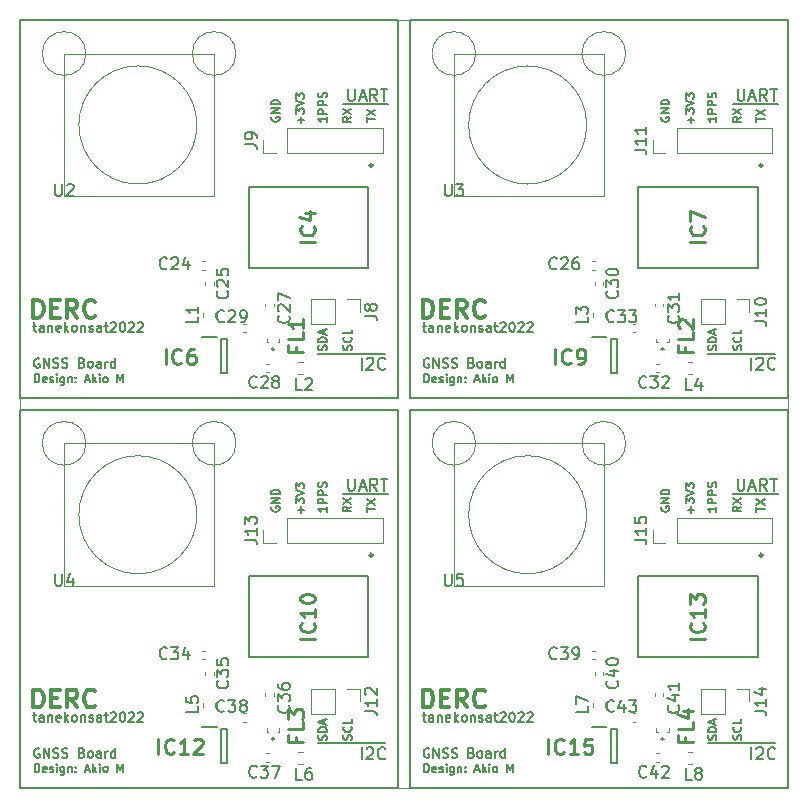
<source format=gbr>
%TF.GenerationSoftware,KiCad,Pcbnew,(6.0.4)*%
%TF.CreationDate,2022-09-16T03:15:39+09:00*%
%TF.ProjectId,gnssboard_p,676e7373-626f-4617-9264-5f702e6b6963,rev?*%
%TF.SameCoordinates,Original*%
%TF.FileFunction,Legend,Top*%
%TF.FilePolarity,Positive*%
%FSLAX46Y46*%
G04 Gerber Fmt 4.6, Leading zero omitted, Abs format (unit mm)*
G04 Created by KiCad (PCBNEW (6.0.4)) date 2022-09-16 03:15:39*
%MOMM*%
%LPD*%
G01*
G04 APERTURE LIST*
%ADD10C,0.200000*%
%ADD11C,0.050000*%
%ADD12C,0.300000*%
%ADD13C,0.150000*%
%ADD14C,0.254000*%
%ADD15C,0.120000*%
%ADD16C,0.100000*%
%ADD17C,0.250000*%
G04 APERTURE END LIST*
D10*
X143020000Y-73250000D02*
X175020000Y-73250000D01*
X175020000Y-73250000D02*
X175020000Y-105250000D01*
X175020000Y-105250000D02*
X143020000Y-105250000D01*
X143020000Y-105250000D02*
X143020000Y-73250000D01*
D11*
X110020000Y-40250000D02*
X175020000Y-40250000D01*
X175020000Y-40250000D02*
X175020000Y-105250000D01*
X175020000Y-105250000D02*
X110020000Y-105250000D01*
X110020000Y-105250000D02*
X110020000Y-40250000D01*
D12*
X144118571Y-98458571D02*
X144118571Y-96958571D01*
X144475714Y-96958571D01*
X144690000Y-97030000D01*
X144832857Y-97172857D01*
X144904285Y-97315714D01*
X144975714Y-97601428D01*
X144975714Y-97815714D01*
X144904285Y-98101428D01*
X144832857Y-98244285D01*
X144690000Y-98387142D01*
X144475714Y-98458571D01*
X144118571Y-98458571D01*
X145618571Y-97672857D02*
X146118571Y-97672857D01*
X146332857Y-98458571D02*
X145618571Y-98458571D01*
X145618571Y-96958571D01*
X146332857Y-96958571D01*
X147832857Y-98458571D02*
X147332857Y-97744285D01*
X146975714Y-98458571D02*
X146975714Y-96958571D01*
X147547142Y-96958571D01*
X147690000Y-97030000D01*
X147761428Y-97101428D01*
X147832857Y-97244285D01*
X147832857Y-97458571D01*
X147761428Y-97601428D01*
X147690000Y-97672857D01*
X147547142Y-97744285D01*
X146975714Y-97744285D01*
X149332857Y-98315714D02*
X149261428Y-98387142D01*
X149047142Y-98458571D01*
X148904285Y-98458571D01*
X148690000Y-98387142D01*
X148547142Y-98244285D01*
X148475714Y-98101428D01*
X148404285Y-97815714D01*
X148404285Y-97601428D01*
X148475714Y-97315714D01*
X148547142Y-97172857D01*
X148690000Y-97030000D01*
X148904285Y-96958571D01*
X149047142Y-96958571D01*
X149261428Y-97030000D01*
X149332857Y-97101428D01*
D13*
X166770000Y-81983333D02*
X166770000Y-81450000D01*
X167036666Y-81716666D02*
X166503333Y-81716666D01*
X166336666Y-81183333D02*
X166336666Y-80750000D01*
X166603333Y-80983333D01*
X166603333Y-80883333D01*
X166636666Y-80816666D01*
X166670000Y-80783333D01*
X166736666Y-80750000D01*
X166903333Y-80750000D01*
X166970000Y-80783333D01*
X167003333Y-80816666D01*
X167036666Y-80883333D01*
X167036666Y-81083333D01*
X167003333Y-81150000D01*
X166970000Y-81183333D01*
X166336666Y-80550000D02*
X167036666Y-80316666D01*
X166336666Y-80083333D01*
X166336666Y-79916666D02*
X166336666Y-79483333D01*
X166603333Y-79716666D01*
X166603333Y-79616666D01*
X166636666Y-79550000D01*
X166670000Y-79516666D01*
X166736666Y-79483333D01*
X166903333Y-79483333D01*
X166970000Y-79516666D01*
X167003333Y-79550000D01*
X167036666Y-79616666D01*
X167036666Y-79816666D01*
X167003333Y-79883333D01*
X166970000Y-79916666D01*
X164297800Y-81483333D02*
X164264466Y-81550000D01*
X164264466Y-81650000D01*
X164297800Y-81750000D01*
X164364466Y-81816666D01*
X164431133Y-81850000D01*
X164564466Y-81883333D01*
X164664466Y-81883333D01*
X164797800Y-81850000D01*
X164864466Y-81816666D01*
X164931133Y-81750000D01*
X164964466Y-81650000D01*
X164964466Y-81583333D01*
X164931133Y-81483333D01*
X164897800Y-81450000D01*
X164664466Y-81450000D01*
X164664466Y-81583333D01*
X164964466Y-81150000D02*
X164264466Y-81150000D01*
X164964466Y-80750000D01*
X164264466Y-80750000D01*
X164964466Y-80416666D02*
X164264466Y-80416666D01*
X164264466Y-80250000D01*
X164297800Y-80150000D01*
X164364466Y-80083333D01*
X164431133Y-80050000D01*
X164564466Y-80016666D01*
X164664466Y-80016666D01*
X164797800Y-80050000D01*
X164864466Y-80083333D01*
X164931133Y-80150000D01*
X164964466Y-80250000D01*
X164964466Y-80416666D01*
X172336666Y-81883333D02*
X172336666Y-81483333D01*
X173036666Y-81683333D02*
X172336666Y-81683333D01*
X172336666Y-81316666D02*
X173036666Y-80850000D01*
X172336666Y-80850000D02*
X173036666Y-81316666D01*
X168918933Y-101220800D02*
X168952266Y-101120800D01*
X168952266Y-100954133D01*
X168918933Y-100887466D01*
X168885600Y-100854133D01*
X168818933Y-100820800D01*
X168752266Y-100820800D01*
X168685600Y-100854133D01*
X168652266Y-100887466D01*
X168618933Y-100954133D01*
X168585600Y-101087466D01*
X168552266Y-101154133D01*
X168518933Y-101187466D01*
X168452266Y-101220800D01*
X168385600Y-101220800D01*
X168318933Y-101187466D01*
X168285600Y-101154133D01*
X168252266Y-101087466D01*
X168252266Y-100920800D01*
X168285600Y-100820800D01*
X168952266Y-100520800D02*
X168252266Y-100520800D01*
X168252266Y-100354133D01*
X168285600Y-100254133D01*
X168352266Y-100187466D01*
X168418933Y-100154133D01*
X168552266Y-100120800D01*
X168652266Y-100120800D01*
X168785600Y-100154133D01*
X168852266Y-100187466D01*
X168918933Y-100254133D01*
X168952266Y-100354133D01*
X168952266Y-100520800D01*
X168752266Y-99854133D02*
X168752266Y-99520800D01*
X168952266Y-99920800D02*
X168252266Y-99687466D01*
X168952266Y-99454133D01*
X144226666Y-103938666D02*
X144226666Y-103238666D01*
X144393333Y-103238666D01*
X144493333Y-103272000D01*
X144560000Y-103338666D01*
X144593333Y-103405333D01*
X144626666Y-103538666D01*
X144626666Y-103638666D01*
X144593333Y-103772000D01*
X144560000Y-103838666D01*
X144493333Y-103905333D01*
X144393333Y-103938666D01*
X144226666Y-103938666D01*
X145193333Y-103905333D02*
X145126666Y-103938666D01*
X144993333Y-103938666D01*
X144926666Y-103905333D01*
X144893333Y-103838666D01*
X144893333Y-103572000D01*
X144926666Y-103505333D01*
X144993333Y-103472000D01*
X145126666Y-103472000D01*
X145193333Y-103505333D01*
X145226666Y-103572000D01*
X145226666Y-103638666D01*
X144893333Y-103705333D01*
X145493333Y-103905333D02*
X145560000Y-103938666D01*
X145693333Y-103938666D01*
X145760000Y-103905333D01*
X145793333Y-103838666D01*
X145793333Y-103805333D01*
X145760000Y-103738666D01*
X145693333Y-103705333D01*
X145593333Y-103705333D01*
X145526666Y-103672000D01*
X145493333Y-103605333D01*
X145493333Y-103572000D01*
X145526666Y-103505333D01*
X145593333Y-103472000D01*
X145693333Y-103472000D01*
X145760000Y-103505333D01*
X146093333Y-103938666D02*
X146093333Y-103472000D01*
X146093333Y-103238666D02*
X146060000Y-103272000D01*
X146093333Y-103305333D01*
X146126666Y-103272000D01*
X146093333Y-103238666D01*
X146093333Y-103305333D01*
X146726666Y-103472000D02*
X146726666Y-104038666D01*
X146693333Y-104105333D01*
X146660000Y-104138666D01*
X146593333Y-104172000D01*
X146493333Y-104172000D01*
X146426666Y-104138666D01*
X146726666Y-103905333D02*
X146660000Y-103938666D01*
X146526666Y-103938666D01*
X146460000Y-103905333D01*
X146426666Y-103872000D01*
X146393333Y-103805333D01*
X146393333Y-103605333D01*
X146426666Y-103538666D01*
X146460000Y-103505333D01*
X146526666Y-103472000D01*
X146660000Y-103472000D01*
X146726666Y-103505333D01*
X147060000Y-103472000D02*
X147060000Y-103938666D01*
X147060000Y-103538666D02*
X147093333Y-103505333D01*
X147160000Y-103472000D01*
X147260000Y-103472000D01*
X147326666Y-103505333D01*
X147360000Y-103572000D01*
X147360000Y-103938666D01*
X147693333Y-103872000D02*
X147726666Y-103905333D01*
X147693333Y-103938666D01*
X147660000Y-103905333D01*
X147693333Y-103872000D01*
X147693333Y-103938666D01*
X147693333Y-103505333D02*
X147726666Y-103538666D01*
X147693333Y-103572000D01*
X147660000Y-103538666D01*
X147693333Y-103505333D01*
X147693333Y-103572000D01*
X148526666Y-103738666D02*
X148860000Y-103738666D01*
X148460000Y-103938666D02*
X148693333Y-103238666D01*
X148926666Y-103938666D01*
X149160000Y-103938666D02*
X149160000Y-103238666D01*
X149226666Y-103672000D02*
X149426666Y-103938666D01*
X149426666Y-103472000D02*
X149160000Y-103738666D01*
X149726666Y-103938666D02*
X149726666Y-103472000D01*
X149726666Y-103238666D02*
X149693333Y-103272000D01*
X149726666Y-103305333D01*
X149760000Y-103272000D01*
X149726666Y-103238666D01*
X149726666Y-103305333D01*
X150160000Y-103938666D02*
X150093333Y-103905333D01*
X150060000Y-103872000D01*
X150026666Y-103805333D01*
X150026666Y-103605333D01*
X150060000Y-103538666D01*
X150093333Y-103505333D01*
X150160000Y-103472000D01*
X150260000Y-103472000D01*
X150326666Y-103505333D01*
X150360000Y-103538666D01*
X150393333Y-103605333D01*
X150393333Y-103805333D01*
X150360000Y-103872000D01*
X150326666Y-103905333D01*
X150260000Y-103938666D01*
X150160000Y-103938666D01*
X151226666Y-103938666D02*
X151226666Y-103238666D01*
X151460000Y-103738666D01*
X151693333Y-103238666D01*
X151693333Y-103938666D01*
X144603023Y-101952000D02*
X144526833Y-101913904D01*
X144412547Y-101913904D01*
X144298261Y-101952000D01*
X144222071Y-102028190D01*
X144183976Y-102104380D01*
X144145880Y-102256761D01*
X144145880Y-102371047D01*
X144183976Y-102523428D01*
X144222071Y-102599619D01*
X144298261Y-102675809D01*
X144412547Y-102713904D01*
X144488738Y-102713904D01*
X144603023Y-102675809D01*
X144641119Y-102637714D01*
X144641119Y-102371047D01*
X144488738Y-102371047D01*
X144983976Y-102713904D02*
X144983976Y-101913904D01*
X145441119Y-102713904D01*
X145441119Y-101913904D01*
X145783976Y-102675809D02*
X145898261Y-102713904D01*
X146088738Y-102713904D01*
X146164928Y-102675809D01*
X146203023Y-102637714D01*
X146241119Y-102561523D01*
X146241119Y-102485333D01*
X146203023Y-102409142D01*
X146164928Y-102371047D01*
X146088738Y-102332952D01*
X145936357Y-102294857D01*
X145860166Y-102256761D01*
X145822071Y-102218666D01*
X145783976Y-102142476D01*
X145783976Y-102066285D01*
X145822071Y-101990095D01*
X145860166Y-101952000D01*
X145936357Y-101913904D01*
X146126833Y-101913904D01*
X146241119Y-101952000D01*
X146545880Y-102675809D02*
X146660166Y-102713904D01*
X146850642Y-102713904D01*
X146926833Y-102675809D01*
X146964928Y-102637714D01*
X147003023Y-102561523D01*
X147003023Y-102485333D01*
X146964928Y-102409142D01*
X146926833Y-102371047D01*
X146850642Y-102332952D01*
X146698261Y-102294857D01*
X146622071Y-102256761D01*
X146583976Y-102218666D01*
X146545880Y-102142476D01*
X146545880Y-102066285D01*
X146583976Y-101990095D01*
X146622071Y-101952000D01*
X146698261Y-101913904D01*
X146888738Y-101913904D01*
X147003023Y-101952000D01*
X148222071Y-102294857D02*
X148336357Y-102332952D01*
X148374452Y-102371047D01*
X148412547Y-102447238D01*
X148412547Y-102561523D01*
X148374452Y-102637714D01*
X148336357Y-102675809D01*
X148260166Y-102713904D01*
X147955404Y-102713904D01*
X147955404Y-101913904D01*
X148222071Y-101913904D01*
X148298261Y-101952000D01*
X148336357Y-101990095D01*
X148374452Y-102066285D01*
X148374452Y-102142476D01*
X148336357Y-102218666D01*
X148298261Y-102256761D01*
X148222071Y-102294857D01*
X147955404Y-102294857D01*
X148869690Y-102713904D02*
X148793500Y-102675809D01*
X148755404Y-102637714D01*
X148717309Y-102561523D01*
X148717309Y-102332952D01*
X148755404Y-102256761D01*
X148793500Y-102218666D01*
X148869690Y-102180571D01*
X148983976Y-102180571D01*
X149060166Y-102218666D01*
X149098261Y-102256761D01*
X149136357Y-102332952D01*
X149136357Y-102561523D01*
X149098261Y-102637714D01*
X149060166Y-102675809D01*
X148983976Y-102713904D01*
X148869690Y-102713904D01*
X149822071Y-102713904D02*
X149822071Y-102294857D01*
X149783976Y-102218666D01*
X149707785Y-102180571D01*
X149555404Y-102180571D01*
X149479214Y-102218666D01*
X149822071Y-102675809D02*
X149745880Y-102713904D01*
X149555404Y-102713904D01*
X149479214Y-102675809D01*
X149441119Y-102599619D01*
X149441119Y-102523428D01*
X149479214Y-102447238D01*
X149555404Y-102409142D01*
X149745880Y-102409142D01*
X149822071Y-102371047D01*
X150203023Y-102713904D02*
X150203023Y-102180571D01*
X150203023Y-102332952D02*
X150241119Y-102256761D01*
X150279214Y-102218666D01*
X150355404Y-102180571D01*
X150431595Y-102180571D01*
X151041119Y-102713904D02*
X151041119Y-101913904D01*
X151041119Y-102675809D02*
X150964928Y-102713904D01*
X150812547Y-102713904D01*
X150736357Y-102675809D01*
X150698261Y-102637714D01*
X150660166Y-102561523D01*
X150660166Y-102332952D01*
X150698261Y-102256761D01*
X150736357Y-102218666D01*
X150812547Y-102180571D01*
X150964928Y-102180571D01*
X151041119Y-102218666D01*
X144069690Y-99132571D02*
X144374452Y-99132571D01*
X144183976Y-98865904D02*
X144183976Y-99551619D01*
X144222071Y-99627809D01*
X144298261Y-99665904D01*
X144374452Y-99665904D01*
X144983976Y-99665904D02*
X144983976Y-99246857D01*
X144945880Y-99170666D01*
X144869690Y-99132571D01*
X144717309Y-99132571D01*
X144641119Y-99170666D01*
X144983976Y-99627809D02*
X144907785Y-99665904D01*
X144717309Y-99665904D01*
X144641119Y-99627809D01*
X144603023Y-99551619D01*
X144603023Y-99475428D01*
X144641119Y-99399238D01*
X144717309Y-99361142D01*
X144907785Y-99361142D01*
X144983976Y-99323047D01*
X145364928Y-99132571D02*
X145364928Y-99665904D01*
X145364928Y-99208761D02*
X145403023Y-99170666D01*
X145479214Y-99132571D01*
X145593500Y-99132571D01*
X145669690Y-99170666D01*
X145707785Y-99246857D01*
X145707785Y-99665904D01*
X146393500Y-99627809D02*
X146317309Y-99665904D01*
X146164928Y-99665904D01*
X146088738Y-99627809D01*
X146050642Y-99551619D01*
X146050642Y-99246857D01*
X146088738Y-99170666D01*
X146164928Y-99132571D01*
X146317309Y-99132571D01*
X146393500Y-99170666D01*
X146431595Y-99246857D01*
X146431595Y-99323047D01*
X146050642Y-99399238D01*
X146774452Y-99665904D02*
X146774452Y-98865904D01*
X146850642Y-99361142D02*
X147079214Y-99665904D01*
X147079214Y-99132571D02*
X146774452Y-99437333D01*
X147536357Y-99665904D02*
X147460166Y-99627809D01*
X147422071Y-99589714D01*
X147383976Y-99513523D01*
X147383976Y-99284952D01*
X147422071Y-99208761D01*
X147460166Y-99170666D01*
X147536357Y-99132571D01*
X147650642Y-99132571D01*
X147726833Y-99170666D01*
X147764928Y-99208761D01*
X147803023Y-99284952D01*
X147803023Y-99513523D01*
X147764928Y-99589714D01*
X147726833Y-99627809D01*
X147650642Y-99665904D01*
X147536357Y-99665904D01*
X148145880Y-99132571D02*
X148145880Y-99665904D01*
X148145880Y-99208761D02*
X148183976Y-99170666D01*
X148260166Y-99132571D01*
X148374452Y-99132571D01*
X148450642Y-99170666D01*
X148488738Y-99246857D01*
X148488738Y-99665904D01*
X148831595Y-99627809D02*
X148907785Y-99665904D01*
X149060166Y-99665904D01*
X149136357Y-99627809D01*
X149174452Y-99551619D01*
X149174452Y-99513523D01*
X149136357Y-99437333D01*
X149060166Y-99399238D01*
X148945880Y-99399238D01*
X148869690Y-99361142D01*
X148831595Y-99284952D01*
X148831595Y-99246857D01*
X148869690Y-99170666D01*
X148945880Y-99132571D01*
X149060166Y-99132571D01*
X149136357Y-99170666D01*
X149860166Y-99665904D02*
X149860166Y-99246857D01*
X149822071Y-99170666D01*
X149745880Y-99132571D01*
X149593500Y-99132571D01*
X149517309Y-99170666D01*
X149860166Y-99627809D02*
X149783976Y-99665904D01*
X149593500Y-99665904D01*
X149517309Y-99627809D01*
X149479214Y-99551619D01*
X149479214Y-99475428D01*
X149517309Y-99399238D01*
X149593500Y-99361142D01*
X149783976Y-99361142D01*
X149860166Y-99323047D01*
X150126833Y-99132571D02*
X150431595Y-99132571D01*
X150241119Y-98865904D02*
X150241119Y-99551619D01*
X150279214Y-99627809D01*
X150355404Y-99665904D01*
X150431595Y-99665904D01*
X150660166Y-98942095D02*
X150698261Y-98904000D01*
X150774452Y-98865904D01*
X150964928Y-98865904D01*
X151041119Y-98904000D01*
X151079214Y-98942095D01*
X151117309Y-99018285D01*
X151117309Y-99094476D01*
X151079214Y-99208761D01*
X150622071Y-99665904D01*
X151117309Y-99665904D01*
X151612547Y-98865904D02*
X151688738Y-98865904D01*
X151764928Y-98904000D01*
X151803023Y-98942095D01*
X151841119Y-99018285D01*
X151879214Y-99170666D01*
X151879214Y-99361142D01*
X151841119Y-99513523D01*
X151803023Y-99589714D01*
X151764928Y-99627809D01*
X151688738Y-99665904D01*
X151612547Y-99665904D01*
X151536357Y-99627809D01*
X151498261Y-99589714D01*
X151460166Y-99513523D01*
X151422071Y-99361142D01*
X151422071Y-99170666D01*
X151460166Y-99018285D01*
X151498261Y-98942095D01*
X151536357Y-98904000D01*
X151612547Y-98865904D01*
X152183976Y-98942095D02*
X152222071Y-98904000D01*
X152298261Y-98865904D01*
X152488738Y-98865904D01*
X152564928Y-98904000D01*
X152603023Y-98942095D01*
X152641119Y-99018285D01*
X152641119Y-99094476D01*
X152603023Y-99208761D01*
X152145880Y-99665904D01*
X152641119Y-99665904D01*
X152945880Y-98942095D02*
X152983976Y-98904000D01*
X153060166Y-98865904D01*
X153250642Y-98865904D01*
X153326833Y-98904000D01*
X153364928Y-98942095D01*
X153403023Y-99018285D01*
X153403023Y-99094476D01*
X153364928Y-99208761D01*
X152907785Y-99665904D01*
X153403023Y-99665904D01*
D10*
X170748761Y-79102380D02*
X170748761Y-79911904D01*
X170796380Y-80007142D01*
X170844000Y-80054761D01*
X170939238Y-80102380D01*
X171129714Y-80102380D01*
X171224952Y-80054761D01*
X171272571Y-80007142D01*
X171320190Y-79911904D01*
X171320190Y-79102380D01*
X171748761Y-79816666D02*
X172224952Y-79816666D01*
X171653523Y-80102380D02*
X171986857Y-79102380D01*
X172320190Y-80102380D01*
X173224952Y-80102380D02*
X172891619Y-79626190D01*
X172653523Y-80102380D02*
X172653523Y-79102380D01*
X173034476Y-79102380D01*
X173129714Y-79150000D01*
X173177333Y-79197619D01*
X173224952Y-79292857D01*
X173224952Y-79435714D01*
X173177333Y-79530952D01*
X173129714Y-79578571D01*
X173034476Y-79626190D01*
X172653523Y-79626190D01*
X173510666Y-79102380D02*
X174082095Y-79102380D01*
X173796380Y-80102380D02*
X173796380Y-79102380D01*
X171901209Y-102855180D02*
X171901209Y-101855180D01*
X172329780Y-101950419D02*
X172377400Y-101902800D01*
X172472638Y-101855180D01*
X172710733Y-101855180D01*
X172805971Y-101902800D01*
X172853590Y-101950419D01*
X172901209Y-102045657D01*
X172901209Y-102140895D01*
X172853590Y-102283752D01*
X172282161Y-102855180D01*
X172901209Y-102855180D01*
X173901209Y-102759942D02*
X173853590Y-102807561D01*
X173710733Y-102855180D01*
X173615495Y-102855180D01*
X173472638Y-102807561D01*
X173377400Y-102712323D01*
X173329780Y-102617085D01*
X173282161Y-102426609D01*
X173282161Y-102283752D01*
X173329780Y-102093276D01*
X173377400Y-101998038D01*
X173472638Y-101902800D01*
X173615495Y-101855180D01*
X173710733Y-101855180D01*
X173853590Y-101902800D01*
X173901209Y-101950419D01*
D13*
X171036666Y-81466666D02*
X170703333Y-81700000D01*
X171036666Y-81866666D02*
X170336666Y-81866666D01*
X170336666Y-81600000D01*
X170370000Y-81533333D01*
X170403333Y-81500000D01*
X170470000Y-81466666D01*
X170570000Y-81466666D01*
X170636666Y-81500000D01*
X170670000Y-81533333D01*
X170703333Y-81600000D01*
X170703333Y-81866666D01*
X170336666Y-81233333D02*
X171036666Y-80766666D01*
X170336666Y-80766666D02*
X171036666Y-81233333D01*
X168936666Y-81483333D02*
X168936666Y-81883333D01*
X168936666Y-81683333D02*
X168236666Y-81683333D01*
X168336666Y-81750000D01*
X168403333Y-81816666D01*
X168436666Y-81883333D01*
X168936666Y-81183333D02*
X168236666Y-81183333D01*
X168236666Y-80916666D01*
X168270000Y-80850000D01*
X168303333Y-80816666D01*
X168370000Y-80783333D01*
X168470000Y-80783333D01*
X168536666Y-80816666D01*
X168570000Y-80850000D01*
X168603333Y-80916666D01*
X168603333Y-81183333D01*
X168936666Y-80483333D02*
X168236666Y-80483333D01*
X168236666Y-80216666D01*
X168270000Y-80150000D01*
X168303333Y-80116666D01*
X168370000Y-80083333D01*
X168470000Y-80083333D01*
X168536666Y-80116666D01*
X168570000Y-80150000D01*
X168603333Y-80216666D01*
X168603333Y-80483333D01*
X168903333Y-79816666D02*
X168936666Y-79716666D01*
X168936666Y-79550000D01*
X168903333Y-79483333D01*
X168870000Y-79450000D01*
X168803333Y-79416666D01*
X168736666Y-79416666D01*
X168670000Y-79450000D01*
X168636666Y-79483333D01*
X168603333Y-79550000D01*
X168570000Y-79683333D01*
X168536666Y-79750000D01*
X168503333Y-79783333D01*
X168436666Y-79816666D01*
X168370000Y-79816666D01*
X168303333Y-79783333D01*
X168270000Y-79750000D01*
X168236666Y-79683333D01*
X168236666Y-79516666D01*
X168270000Y-79416666D01*
X171027133Y-101204133D02*
X171060466Y-101104133D01*
X171060466Y-100937466D01*
X171027133Y-100870800D01*
X170993800Y-100837466D01*
X170927133Y-100804133D01*
X170860466Y-100804133D01*
X170793800Y-100837466D01*
X170760466Y-100870800D01*
X170727133Y-100937466D01*
X170693800Y-101070800D01*
X170660466Y-101137466D01*
X170627133Y-101170800D01*
X170560466Y-101204133D01*
X170493800Y-101204133D01*
X170427133Y-101170800D01*
X170393800Y-101137466D01*
X170360466Y-101070800D01*
X170360466Y-100904133D01*
X170393800Y-100804133D01*
X170993800Y-100104133D02*
X171027133Y-100137466D01*
X171060466Y-100237466D01*
X171060466Y-100304133D01*
X171027133Y-100404133D01*
X170960466Y-100470800D01*
X170893800Y-100504133D01*
X170760466Y-100537466D01*
X170660466Y-100537466D01*
X170527133Y-100504133D01*
X170460466Y-100470800D01*
X170393800Y-100404133D01*
X170360466Y-100304133D01*
X170360466Y-100237466D01*
X170393800Y-100137466D01*
X170427133Y-100104133D01*
X171060466Y-99470800D02*
X171060466Y-99804133D01*
X170360466Y-99804133D01*
X170320000Y-80412000D02*
X174122000Y-80412000D01*
X168241900Y-101513800D02*
X173906100Y-101513800D01*
D12*
X111118571Y-98458571D02*
X111118571Y-96958571D01*
X111475714Y-96958571D01*
X111690000Y-97030000D01*
X111832857Y-97172857D01*
X111904285Y-97315714D01*
X111975714Y-97601428D01*
X111975714Y-97815714D01*
X111904285Y-98101428D01*
X111832857Y-98244285D01*
X111690000Y-98387142D01*
X111475714Y-98458571D01*
X111118571Y-98458571D01*
X112618571Y-97672857D02*
X113118571Y-97672857D01*
X113332857Y-98458571D02*
X112618571Y-98458571D01*
X112618571Y-96958571D01*
X113332857Y-96958571D01*
X114832857Y-98458571D02*
X114332857Y-97744285D01*
X113975714Y-98458571D02*
X113975714Y-96958571D01*
X114547142Y-96958571D01*
X114690000Y-97030000D01*
X114761428Y-97101428D01*
X114832857Y-97244285D01*
X114832857Y-97458571D01*
X114761428Y-97601428D01*
X114690000Y-97672857D01*
X114547142Y-97744285D01*
X113975714Y-97744285D01*
X116332857Y-98315714D02*
X116261428Y-98387142D01*
X116047142Y-98458571D01*
X115904285Y-98458571D01*
X115690000Y-98387142D01*
X115547142Y-98244285D01*
X115475714Y-98101428D01*
X115404285Y-97815714D01*
X115404285Y-97601428D01*
X115475714Y-97315714D01*
X115547142Y-97172857D01*
X115690000Y-97030000D01*
X115904285Y-96958571D01*
X116047142Y-96958571D01*
X116261428Y-97030000D01*
X116332857Y-97101428D01*
D13*
X133770000Y-81983333D02*
X133770000Y-81450000D01*
X134036666Y-81716666D02*
X133503333Y-81716666D01*
X133336666Y-81183333D02*
X133336666Y-80750000D01*
X133603333Y-80983333D01*
X133603333Y-80883333D01*
X133636666Y-80816666D01*
X133670000Y-80783333D01*
X133736666Y-80750000D01*
X133903333Y-80750000D01*
X133970000Y-80783333D01*
X134003333Y-80816666D01*
X134036666Y-80883333D01*
X134036666Y-81083333D01*
X134003333Y-81150000D01*
X133970000Y-81183333D01*
X133336666Y-80550000D02*
X134036666Y-80316666D01*
X133336666Y-80083333D01*
X133336666Y-79916666D02*
X133336666Y-79483333D01*
X133603333Y-79716666D01*
X133603333Y-79616666D01*
X133636666Y-79550000D01*
X133670000Y-79516666D01*
X133736666Y-79483333D01*
X133903333Y-79483333D01*
X133970000Y-79516666D01*
X134003333Y-79550000D01*
X134036666Y-79616666D01*
X134036666Y-79816666D01*
X134003333Y-79883333D01*
X133970000Y-79916666D01*
X131297800Y-81483333D02*
X131264466Y-81550000D01*
X131264466Y-81650000D01*
X131297800Y-81750000D01*
X131364466Y-81816666D01*
X131431133Y-81850000D01*
X131564466Y-81883333D01*
X131664466Y-81883333D01*
X131797800Y-81850000D01*
X131864466Y-81816666D01*
X131931133Y-81750000D01*
X131964466Y-81650000D01*
X131964466Y-81583333D01*
X131931133Y-81483333D01*
X131897800Y-81450000D01*
X131664466Y-81450000D01*
X131664466Y-81583333D01*
X131964466Y-81150000D02*
X131264466Y-81150000D01*
X131964466Y-80750000D01*
X131264466Y-80750000D01*
X131964466Y-80416666D02*
X131264466Y-80416666D01*
X131264466Y-80250000D01*
X131297800Y-80150000D01*
X131364466Y-80083333D01*
X131431133Y-80050000D01*
X131564466Y-80016666D01*
X131664466Y-80016666D01*
X131797800Y-80050000D01*
X131864466Y-80083333D01*
X131931133Y-80150000D01*
X131964466Y-80250000D01*
X131964466Y-80416666D01*
X139336666Y-81883333D02*
X139336666Y-81483333D01*
X140036666Y-81683333D02*
X139336666Y-81683333D01*
X139336666Y-81316666D02*
X140036666Y-80850000D01*
X139336666Y-80850000D02*
X140036666Y-81316666D01*
X135918933Y-101220800D02*
X135952266Y-101120800D01*
X135952266Y-100954133D01*
X135918933Y-100887466D01*
X135885600Y-100854133D01*
X135818933Y-100820800D01*
X135752266Y-100820800D01*
X135685600Y-100854133D01*
X135652266Y-100887466D01*
X135618933Y-100954133D01*
X135585600Y-101087466D01*
X135552266Y-101154133D01*
X135518933Y-101187466D01*
X135452266Y-101220800D01*
X135385600Y-101220800D01*
X135318933Y-101187466D01*
X135285600Y-101154133D01*
X135252266Y-101087466D01*
X135252266Y-100920800D01*
X135285600Y-100820800D01*
X135952266Y-100520800D02*
X135252266Y-100520800D01*
X135252266Y-100354133D01*
X135285600Y-100254133D01*
X135352266Y-100187466D01*
X135418933Y-100154133D01*
X135552266Y-100120800D01*
X135652266Y-100120800D01*
X135785600Y-100154133D01*
X135852266Y-100187466D01*
X135918933Y-100254133D01*
X135952266Y-100354133D01*
X135952266Y-100520800D01*
X135752266Y-99854133D02*
X135752266Y-99520800D01*
X135952266Y-99920800D02*
X135252266Y-99687466D01*
X135952266Y-99454133D01*
X111226666Y-103938666D02*
X111226666Y-103238666D01*
X111393333Y-103238666D01*
X111493333Y-103272000D01*
X111560000Y-103338666D01*
X111593333Y-103405333D01*
X111626666Y-103538666D01*
X111626666Y-103638666D01*
X111593333Y-103772000D01*
X111560000Y-103838666D01*
X111493333Y-103905333D01*
X111393333Y-103938666D01*
X111226666Y-103938666D01*
X112193333Y-103905333D02*
X112126666Y-103938666D01*
X111993333Y-103938666D01*
X111926666Y-103905333D01*
X111893333Y-103838666D01*
X111893333Y-103572000D01*
X111926666Y-103505333D01*
X111993333Y-103472000D01*
X112126666Y-103472000D01*
X112193333Y-103505333D01*
X112226666Y-103572000D01*
X112226666Y-103638666D01*
X111893333Y-103705333D01*
X112493333Y-103905333D02*
X112560000Y-103938666D01*
X112693333Y-103938666D01*
X112760000Y-103905333D01*
X112793333Y-103838666D01*
X112793333Y-103805333D01*
X112760000Y-103738666D01*
X112693333Y-103705333D01*
X112593333Y-103705333D01*
X112526666Y-103672000D01*
X112493333Y-103605333D01*
X112493333Y-103572000D01*
X112526666Y-103505333D01*
X112593333Y-103472000D01*
X112693333Y-103472000D01*
X112760000Y-103505333D01*
X113093333Y-103938666D02*
X113093333Y-103472000D01*
X113093333Y-103238666D02*
X113060000Y-103272000D01*
X113093333Y-103305333D01*
X113126666Y-103272000D01*
X113093333Y-103238666D01*
X113093333Y-103305333D01*
X113726666Y-103472000D02*
X113726666Y-104038666D01*
X113693333Y-104105333D01*
X113660000Y-104138666D01*
X113593333Y-104172000D01*
X113493333Y-104172000D01*
X113426666Y-104138666D01*
X113726666Y-103905333D02*
X113660000Y-103938666D01*
X113526666Y-103938666D01*
X113460000Y-103905333D01*
X113426666Y-103872000D01*
X113393333Y-103805333D01*
X113393333Y-103605333D01*
X113426666Y-103538666D01*
X113460000Y-103505333D01*
X113526666Y-103472000D01*
X113660000Y-103472000D01*
X113726666Y-103505333D01*
X114060000Y-103472000D02*
X114060000Y-103938666D01*
X114060000Y-103538666D02*
X114093333Y-103505333D01*
X114160000Y-103472000D01*
X114260000Y-103472000D01*
X114326666Y-103505333D01*
X114360000Y-103572000D01*
X114360000Y-103938666D01*
X114693333Y-103872000D02*
X114726666Y-103905333D01*
X114693333Y-103938666D01*
X114660000Y-103905333D01*
X114693333Y-103872000D01*
X114693333Y-103938666D01*
X114693333Y-103505333D02*
X114726666Y-103538666D01*
X114693333Y-103572000D01*
X114660000Y-103538666D01*
X114693333Y-103505333D01*
X114693333Y-103572000D01*
X115526666Y-103738666D02*
X115860000Y-103738666D01*
X115460000Y-103938666D02*
X115693333Y-103238666D01*
X115926666Y-103938666D01*
X116160000Y-103938666D02*
X116160000Y-103238666D01*
X116226666Y-103672000D02*
X116426666Y-103938666D01*
X116426666Y-103472000D02*
X116160000Y-103738666D01*
X116726666Y-103938666D02*
X116726666Y-103472000D01*
X116726666Y-103238666D02*
X116693333Y-103272000D01*
X116726666Y-103305333D01*
X116760000Y-103272000D01*
X116726666Y-103238666D01*
X116726666Y-103305333D01*
X117160000Y-103938666D02*
X117093333Y-103905333D01*
X117060000Y-103872000D01*
X117026666Y-103805333D01*
X117026666Y-103605333D01*
X117060000Y-103538666D01*
X117093333Y-103505333D01*
X117160000Y-103472000D01*
X117260000Y-103472000D01*
X117326666Y-103505333D01*
X117360000Y-103538666D01*
X117393333Y-103605333D01*
X117393333Y-103805333D01*
X117360000Y-103872000D01*
X117326666Y-103905333D01*
X117260000Y-103938666D01*
X117160000Y-103938666D01*
X118226666Y-103938666D02*
X118226666Y-103238666D01*
X118460000Y-103738666D01*
X118693333Y-103238666D01*
X118693333Y-103938666D01*
X111603023Y-101952000D02*
X111526833Y-101913904D01*
X111412547Y-101913904D01*
X111298261Y-101952000D01*
X111222071Y-102028190D01*
X111183976Y-102104380D01*
X111145880Y-102256761D01*
X111145880Y-102371047D01*
X111183976Y-102523428D01*
X111222071Y-102599619D01*
X111298261Y-102675809D01*
X111412547Y-102713904D01*
X111488738Y-102713904D01*
X111603023Y-102675809D01*
X111641119Y-102637714D01*
X111641119Y-102371047D01*
X111488738Y-102371047D01*
X111983976Y-102713904D02*
X111983976Y-101913904D01*
X112441119Y-102713904D01*
X112441119Y-101913904D01*
X112783976Y-102675809D02*
X112898261Y-102713904D01*
X113088738Y-102713904D01*
X113164928Y-102675809D01*
X113203023Y-102637714D01*
X113241119Y-102561523D01*
X113241119Y-102485333D01*
X113203023Y-102409142D01*
X113164928Y-102371047D01*
X113088738Y-102332952D01*
X112936357Y-102294857D01*
X112860166Y-102256761D01*
X112822071Y-102218666D01*
X112783976Y-102142476D01*
X112783976Y-102066285D01*
X112822071Y-101990095D01*
X112860166Y-101952000D01*
X112936357Y-101913904D01*
X113126833Y-101913904D01*
X113241119Y-101952000D01*
X113545880Y-102675809D02*
X113660166Y-102713904D01*
X113850642Y-102713904D01*
X113926833Y-102675809D01*
X113964928Y-102637714D01*
X114003023Y-102561523D01*
X114003023Y-102485333D01*
X113964928Y-102409142D01*
X113926833Y-102371047D01*
X113850642Y-102332952D01*
X113698261Y-102294857D01*
X113622071Y-102256761D01*
X113583976Y-102218666D01*
X113545880Y-102142476D01*
X113545880Y-102066285D01*
X113583976Y-101990095D01*
X113622071Y-101952000D01*
X113698261Y-101913904D01*
X113888738Y-101913904D01*
X114003023Y-101952000D01*
X115222071Y-102294857D02*
X115336357Y-102332952D01*
X115374452Y-102371047D01*
X115412547Y-102447238D01*
X115412547Y-102561523D01*
X115374452Y-102637714D01*
X115336357Y-102675809D01*
X115260166Y-102713904D01*
X114955404Y-102713904D01*
X114955404Y-101913904D01*
X115222071Y-101913904D01*
X115298261Y-101952000D01*
X115336357Y-101990095D01*
X115374452Y-102066285D01*
X115374452Y-102142476D01*
X115336357Y-102218666D01*
X115298261Y-102256761D01*
X115222071Y-102294857D01*
X114955404Y-102294857D01*
X115869690Y-102713904D02*
X115793500Y-102675809D01*
X115755404Y-102637714D01*
X115717309Y-102561523D01*
X115717309Y-102332952D01*
X115755404Y-102256761D01*
X115793500Y-102218666D01*
X115869690Y-102180571D01*
X115983976Y-102180571D01*
X116060166Y-102218666D01*
X116098261Y-102256761D01*
X116136357Y-102332952D01*
X116136357Y-102561523D01*
X116098261Y-102637714D01*
X116060166Y-102675809D01*
X115983976Y-102713904D01*
X115869690Y-102713904D01*
X116822071Y-102713904D02*
X116822071Y-102294857D01*
X116783976Y-102218666D01*
X116707785Y-102180571D01*
X116555404Y-102180571D01*
X116479214Y-102218666D01*
X116822071Y-102675809D02*
X116745880Y-102713904D01*
X116555404Y-102713904D01*
X116479214Y-102675809D01*
X116441119Y-102599619D01*
X116441119Y-102523428D01*
X116479214Y-102447238D01*
X116555404Y-102409142D01*
X116745880Y-102409142D01*
X116822071Y-102371047D01*
X117203023Y-102713904D02*
X117203023Y-102180571D01*
X117203023Y-102332952D02*
X117241119Y-102256761D01*
X117279214Y-102218666D01*
X117355404Y-102180571D01*
X117431595Y-102180571D01*
X118041119Y-102713904D02*
X118041119Y-101913904D01*
X118041119Y-102675809D02*
X117964928Y-102713904D01*
X117812547Y-102713904D01*
X117736357Y-102675809D01*
X117698261Y-102637714D01*
X117660166Y-102561523D01*
X117660166Y-102332952D01*
X117698261Y-102256761D01*
X117736357Y-102218666D01*
X117812547Y-102180571D01*
X117964928Y-102180571D01*
X118041119Y-102218666D01*
X111069690Y-99132571D02*
X111374452Y-99132571D01*
X111183976Y-98865904D02*
X111183976Y-99551619D01*
X111222071Y-99627809D01*
X111298261Y-99665904D01*
X111374452Y-99665904D01*
X111983976Y-99665904D02*
X111983976Y-99246857D01*
X111945880Y-99170666D01*
X111869690Y-99132571D01*
X111717309Y-99132571D01*
X111641119Y-99170666D01*
X111983976Y-99627809D02*
X111907785Y-99665904D01*
X111717309Y-99665904D01*
X111641119Y-99627809D01*
X111603023Y-99551619D01*
X111603023Y-99475428D01*
X111641119Y-99399238D01*
X111717309Y-99361142D01*
X111907785Y-99361142D01*
X111983976Y-99323047D01*
X112364928Y-99132571D02*
X112364928Y-99665904D01*
X112364928Y-99208761D02*
X112403023Y-99170666D01*
X112479214Y-99132571D01*
X112593500Y-99132571D01*
X112669690Y-99170666D01*
X112707785Y-99246857D01*
X112707785Y-99665904D01*
X113393500Y-99627809D02*
X113317309Y-99665904D01*
X113164928Y-99665904D01*
X113088738Y-99627809D01*
X113050642Y-99551619D01*
X113050642Y-99246857D01*
X113088738Y-99170666D01*
X113164928Y-99132571D01*
X113317309Y-99132571D01*
X113393500Y-99170666D01*
X113431595Y-99246857D01*
X113431595Y-99323047D01*
X113050642Y-99399238D01*
X113774452Y-99665904D02*
X113774452Y-98865904D01*
X113850642Y-99361142D02*
X114079214Y-99665904D01*
X114079214Y-99132571D02*
X113774452Y-99437333D01*
X114536357Y-99665904D02*
X114460166Y-99627809D01*
X114422071Y-99589714D01*
X114383976Y-99513523D01*
X114383976Y-99284952D01*
X114422071Y-99208761D01*
X114460166Y-99170666D01*
X114536357Y-99132571D01*
X114650642Y-99132571D01*
X114726833Y-99170666D01*
X114764928Y-99208761D01*
X114803023Y-99284952D01*
X114803023Y-99513523D01*
X114764928Y-99589714D01*
X114726833Y-99627809D01*
X114650642Y-99665904D01*
X114536357Y-99665904D01*
X115145880Y-99132571D02*
X115145880Y-99665904D01*
X115145880Y-99208761D02*
X115183976Y-99170666D01*
X115260166Y-99132571D01*
X115374452Y-99132571D01*
X115450642Y-99170666D01*
X115488738Y-99246857D01*
X115488738Y-99665904D01*
X115831595Y-99627809D02*
X115907785Y-99665904D01*
X116060166Y-99665904D01*
X116136357Y-99627809D01*
X116174452Y-99551619D01*
X116174452Y-99513523D01*
X116136357Y-99437333D01*
X116060166Y-99399238D01*
X115945880Y-99399238D01*
X115869690Y-99361142D01*
X115831595Y-99284952D01*
X115831595Y-99246857D01*
X115869690Y-99170666D01*
X115945880Y-99132571D01*
X116060166Y-99132571D01*
X116136357Y-99170666D01*
X116860166Y-99665904D02*
X116860166Y-99246857D01*
X116822071Y-99170666D01*
X116745880Y-99132571D01*
X116593500Y-99132571D01*
X116517309Y-99170666D01*
X116860166Y-99627809D02*
X116783976Y-99665904D01*
X116593500Y-99665904D01*
X116517309Y-99627809D01*
X116479214Y-99551619D01*
X116479214Y-99475428D01*
X116517309Y-99399238D01*
X116593500Y-99361142D01*
X116783976Y-99361142D01*
X116860166Y-99323047D01*
X117126833Y-99132571D02*
X117431595Y-99132571D01*
X117241119Y-98865904D02*
X117241119Y-99551619D01*
X117279214Y-99627809D01*
X117355404Y-99665904D01*
X117431595Y-99665904D01*
X117660166Y-98942095D02*
X117698261Y-98904000D01*
X117774452Y-98865904D01*
X117964928Y-98865904D01*
X118041119Y-98904000D01*
X118079214Y-98942095D01*
X118117309Y-99018285D01*
X118117309Y-99094476D01*
X118079214Y-99208761D01*
X117622071Y-99665904D01*
X118117309Y-99665904D01*
X118612547Y-98865904D02*
X118688738Y-98865904D01*
X118764928Y-98904000D01*
X118803023Y-98942095D01*
X118841119Y-99018285D01*
X118879214Y-99170666D01*
X118879214Y-99361142D01*
X118841119Y-99513523D01*
X118803023Y-99589714D01*
X118764928Y-99627809D01*
X118688738Y-99665904D01*
X118612547Y-99665904D01*
X118536357Y-99627809D01*
X118498261Y-99589714D01*
X118460166Y-99513523D01*
X118422071Y-99361142D01*
X118422071Y-99170666D01*
X118460166Y-99018285D01*
X118498261Y-98942095D01*
X118536357Y-98904000D01*
X118612547Y-98865904D01*
X119183976Y-98942095D02*
X119222071Y-98904000D01*
X119298261Y-98865904D01*
X119488738Y-98865904D01*
X119564928Y-98904000D01*
X119603023Y-98942095D01*
X119641119Y-99018285D01*
X119641119Y-99094476D01*
X119603023Y-99208761D01*
X119145880Y-99665904D01*
X119641119Y-99665904D01*
X119945880Y-98942095D02*
X119983976Y-98904000D01*
X120060166Y-98865904D01*
X120250642Y-98865904D01*
X120326833Y-98904000D01*
X120364928Y-98942095D01*
X120403023Y-99018285D01*
X120403023Y-99094476D01*
X120364928Y-99208761D01*
X119907785Y-99665904D01*
X120403023Y-99665904D01*
D10*
X137748761Y-79102380D02*
X137748761Y-79911904D01*
X137796380Y-80007142D01*
X137844000Y-80054761D01*
X137939238Y-80102380D01*
X138129714Y-80102380D01*
X138224952Y-80054761D01*
X138272571Y-80007142D01*
X138320190Y-79911904D01*
X138320190Y-79102380D01*
X138748761Y-79816666D02*
X139224952Y-79816666D01*
X138653523Y-80102380D02*
X138986857Y-79102380D01*
X139320190Y-80102380D01*
X140224952Y-80102380D02*
X139891619Y-79626190D01*
X139653523Y-80102380D02*
X139653523Y-79102380D01*
X140034476Y-79102380D01*
X140129714Y-79150000D01*
X140177333Y-79197619D01*
X140224952Y-79292857D01*
X140224952Y-79435714D01*
X140177333Y-79530952D01*
X140129714Y-79578571D01*
X140034476Y-79626190D01*
X139653523Y-79626190D01*
X140510666Y-79102380D02*
X141082095Y-79102380D01*
X140796380Y-80102380D02*
X140796380Y-79102380D01*
X138901209Y-102855180D02*
X138901209Y-101855180D01*
X139329780Y-101950419D02*
X139377400Y-101902800D01*
X139472638Y-101855180D01*
X139710733Y-101855180D01*
X139805971Y-101902800D01*
X139853590Y-101950419D01*
X139901209Y-102045657D01*
X139901209Y-102140895D01*
X139853590Y-102283752D01*
X139282161Y-102855180D01*
X139901209Y-102855180D01*
X140901209Y-102759942D02*
X140853590Y-102807561D01*
X140710733Y-102855180D01*
X140615495Y-102855180D01*
X140472638Y-102807561D01*
X140377400Y-102712323D01*
X140329780Y-102617085D01*
X140282161Y-102426609D01*
X140282161Y-102283752D01*
X140329780Y-102093276D01*
X140377400Y-101998038D01*
X140472638Y-101902800D01*
X140615495Y-101855180D01*
X140710733Y-101855180D01*
X140853590Y-101902800D01*
X140901209Y-101950419D01*
D13*
X138036666Y-81466666D02*
X137703333Y-81700000D01*
X138036666Y-81866666D02*
X137336666Y-81866666D01*
X137336666Y-81600000D01*
X137370000Y-81533333D01*
X137403333Y-81500000D01*
X137470000Y-81466666D01*
X137570000Y-81466666D01*
X137636666Y-81500000D01*
X137670000Y-81533333D01*
X137703333Y-81600000D01*
X137703333Y-81866666D01*
X137336666Y-81233333D02*
X138036666Y-80766666D01*
X137336666Y-80766666D02*
X138036666Y-81233333D01*
X135936666Y-81483333D02*
X135936666Y-81883333D01*
X135936666Y-81683333D02*
X135236666Y-81683333D01*
X135336666Y-81750000D01*
X135403333Y-81816666D01*
X135436666Y-81883333D01*
X135936666Y-81183333D02*
X135236666Y-81183333D01*
X135236666Y-80916666D01*
X135270000Y-80850000D01*
X135303333Y-80816666D01*
X135370000Y-80783333D01*
X135470000Y-80783333D01*
X135536666Y-80816666D01*
X135570000Y-80850000D01*
X135603333Y-80916666D01*
X135603333Y-81183333D01*
X135936666Y-80483333D02*
X135236666Y-80483333D01*
X135236666Y-80216666D01*
X135270000Y-80150000D01*
X135303333Y-80116666D01*
X135370000Y-80083333D01*
X135470000Y-80083333D01*
X135536666Y-80116666D01*
X135570000Y-80150000D01*
X135603333Y-80216666D01*
X135603333Y-80483333D01*
X135903333Y-79816666D02*
X135936666Y-79716666D01*
X135936666Y-79550000D01*
X135903333Y-79483333D01*
X135870000Y-79450000D01*
X135803333Y-79416666D01*
X135736666Y-79416666D01*
X135670000Y-79450000D01*
X135636666Y-79483333D01*
X135603333Y-79550000D01*
X135570000Y-79683333D01*
X135536666Y-79750000D01*
X135503333Y-79783333D01*
X135436666Y-79816666D01*
X135370000Y-79816666D01*
X135303333Y-79783333D01*
X135270000Y-79750000D01*
X135236666Y-79683333D01*
X135236666Y-79516666D01*
X135270000Y-79416666D01*
X138027133Y-101204133D02*
X138060466Y-101104133D01*
X138060466Y-100937466D01*
X138027133Y-100870800D01*
X137993800Y-100837466D01*
X137927133Y-100804133D01*
X137860466Y-100804133D01*
X137793800Y-100837466D01*
X137760466Y-100870800D01*
X137727133Y-100937466D01*
X137693800Y-101070800D01*
X137660466Y-101137466D01*
X137627133Y-101170800D01*
X137560466Y-101204133D01*
X137493800Y-101204133D01*
X137427133Y-101170800D01*
X137393800Y-101137466D01*
X137360466Y-101070800D01*
X137360466Y-100904133D01*
X137393800Y-100804133D01*
X137993800Y-100104133D02*
X138027133Y-100137466D01*
X138060466Y-100237466D01*
X138060466Y-100304133D01*
X138027133Y-100404133D01*
X137960466Y-100470800D01*
X137893800Y-100504133D01*
X137760466Y-100537466D01*
X137660466Y-100537466D01*
X137527133Y-100504133D01*
X137460466Y-100470800D01*
X137393800Y-100404133D01*
X137360466Y-100304133D01*
X137360466Y-100237466D01*
X137393800Y-100137466D01*
X137427133Y-100104133D01*
X138060466Y-99470800D02*
X138060466Y-99804133D01*
X137360466Y-99804133D01*
D10*
X110020000Y-73250000D02*
X142020000Y-73250000D01*
X142020000Y-73250000D02*
X142020000Y-105250000D01*
X142020000Y-105250000D02*
X110020000Y-105250000D01*
X110020000Y-105250000D02*
X110020000Y-73250000D01*
D13*
X137320000Y-80412000D02*
X141122000Y-80412000D01*
X135241900Y-101513800D02*
X140906100Y-101513800D01*
D12*
X144118571Y-65458571D02*
X144118571Y-63958571D01*
X144475714Y-63958571D01*
X144690000Y-64030000D01*
X144832857Y-64172857D01*
X144904285Y-64315714D01*
X144975714Y-64601428D01*
X144975714Y-64815714D01*
X144904285Y-65101428D01*
X144832857Y-65244285D01*
X144690000Y-65387142D01*
X144475714Y-65458571D01*
X144118571Y-65458571D01*
X145618571Y-64672857D02*
X146118571Y-64672857D01*
X146332857Y-65458571D02*
X145618571Y-65458571D01*
X145618571Y-63958571D01*
X146332857Y-63958571D01*
X147832857Y-65458571D02*
X147332857Y-64744285D01*
X146975714Y-65458571D02*
X146975714Y-63958571D01*
X147547142Y-63958571D01*
X147690000Y-64030000D01*
X147761428Y-64101428D01*
X147832857Y-64244285D01*
X147832857Y-64458571D01*
X147761428Y-64601428D01*
X147690000Y-64672857D01*
X147547142Y-64744285D01*
X146975714Y-64744285D01*
X149332857Y-65315714D02*
X149261428Y-65387142D01*
X149047142Y-65458571D01*
X148904285Y-65458571D01*
X148690000Y-65387142D01*
X148547142Y-65244285D01*
X148475714Y-65101428D01*
X148404285Y-64815714D01*
X148404285Y-64601428D01*
X148475714Y-64315714D01*
X148547142Y-64172857D01*
X148690000Y-64030000D01*
X148904285Y-63958571D01*
X149047142Y-63958571D01*
X149261428Y-64030000D01*
X149332857Y-64101428D01*
D13*
X166770000Y-48983333D02*
X166770000Y-48450000D01*
X167036666Y-48716666D02*
X166503333Y-48716666D01*
X166336666Y-48183333D02*
X166336666Y-47750000D01*
X166603333Y-47983333D01*
X166603333Y-47883333D01*
X166636666Y-47816666D01*
X166670000Y-47783333D01*
X166736666Y-47750000D01*
X166903333Y-47750000D01*
X166970000Y-47783333D01*
X167003333Y-47816666D01*
X167036666Y-47883333D01*
X167036666Y-48083333D01*
X167003333Y-48150000D01*
X166970000Y-48183333D01*
X166336666Y-47550000D02*
X167036666Y-47316666D01*
X166336666Y-47083333D01*
X166336666Y-46916666D02*
X166336666Y-46483333D01*
X166603333Y-46716666D01*
X166603333Y-46616666D01*
X166636666Y-46550000D01*
X166670000Y-46516666D01*
X166736666Y-46483333D01*
X166903333Y-46483333D01*
X166970000Y-46516666D01*
X167003333Y-46550000D01*
X167036666Y-46616666D01*
X167036666Y-46816666D01*
X167003333Y-46883333D01*
X166970000Y-46916666D01*
X164297800Y-48483333D02*
X164264466Y-48550000D01*
X164264466Y-48650000D01*
X164297800Y-48750000D01*
X164364466Y-48816666D01*
X164431133Y-48850000D01*
X164564466Y-48883333D01*
X164664466Y-48883333D01*
X164797800Y-48850000D01*
X164864466Y-48816666D01*
X164931133Y-48750000D01*
X164964466Y-48650000D01*
X164964466Y-48583333D01*
X164931133Y-48483333D01*
X164897800Y-48450000D01*
X164664466Y-48450000D01*
X164664466Y-48583333D01*
X164964466Y-48150000D02*
X164264466Y-48150000D01*
X164964466Y-47750000D01*
X164264466Y-47750000D01*
X164964466Y-47416666D02*
X164264466Y-47416666D01*
X164264466Y-47250000D01*
X164297800Y-47150000D01*
X164364466Y-47083333D01*
X164431133Y-47050000D01*
X164564466Y-47016666D01*
X164664466Y-47016666D01*
X164797800Y-47050000D01*
X164864466Y-47083333D01*
X164931133Y-47150000D01*
X164964466Y-47250000D01*
X164964466Y-47416666D01*
X172336666Y-48883333D02*
X172336666Y-48483333D01*
X173036666Y-48683333D02*
X172336666Y-48683333D01*
X172336666Y-48316666D02*
X173036666Y-47850000D01*
X172336666Y-47850000D02*
X173036666Y-48316666D01*
X168918933Y-68220800D02*
X168952266Y-68120800D01*
X168952266Y-67954133D01*
X168918933Y-67887466D01*
X168885600Y-67854133D01*
X168818933Y-67820800D01*
X168752266Y-67820800D01*
X168685600Y-67854133D01*
X168652266Y-67887466D01*
X168618933Y-67954133D01*
X168585600Y-68087466D01*
X168552266Y-68154133D01*
X168518933Y-68187466D01*
X168452266Y-68220800D01*
X168385600Y-68220800D01*
X168318933Y-68187466D01*
X168285600Y-68154133D01*
X168252266Y-68087466D01*
X168252266Y-67920800D01*
X168285600Y-67820800D01*
X168952266Y-67520800D02*
X168252266Y-67520800D01*
X168252266Y-67354133D01*
X168285600Y-67254133D01*
X168352266Y-67187466D01*
X168418933Y-67154133D01*
X168552266Y-67120800D01*
X168652266Y-67120800D01*
X168785600Y-67154133D01*
X168852266Y-67187466D01*
X168918933Y-67254133D01*
X168952266Y-67354133D01*
X168952266Y-67520800D01*
X168752266Y-66854133D02*
X168752266Y-66520800D01*
X168952266Y-66920800D02*
X168252266Y-66687466D01*
X168952266Y-66454133D01*
X144226666Y-70938666D02*
X144226666Y-70238666D01*
X144393333Y-70238666D01*
X144493333Y-70272000D01*
X144560000Y-70338666D01*
X144593333Y-70405333D01*
X144626666Y-70538666D01*
X144626666Y-70638666D01*
X144593333Y-70772000D01*
X144560000Y-70838666D01*
X144493333Y-70905333D01*
X144393333Y-70938666D01*
X144226666Y-70938666D01*
X145193333Y-70905333D02*
X145126666Y-70938666D01*
X144993333Y-70938666D01*
X144926666Y-70905333D01*
X144893333Y-70838666D01*
X144893333Y-70572000D01*
X144926666Y-70505333D01*
X144993333Y-70472000D01*
X145126666Y-70472000D01*
X145193333Y-70505333D01*
X145226666Y-70572000D01*
X145226666Y-70638666D01*
X144893333Y-70705333D01*
X145493333Y-70905333D02*
X145560000Y-70938666D01*
X145693333Y-70938666D01*
X145760000Y-70905333D01*
X145793333Y-70838666D01*
X145793333Y-70805333D01*
X145760000Y-70738666D01*
X145693333Y-70705333D01*
X145593333Y-70705333D01*
X145526666Y-70672000D01*
X145493333Y-70605333D01*
X145493333Y-70572000D01*
X145526666Y-70505333D01*
X145593333Y-70472000D01*
X145693333Y-70472000D01*
X145760000Y-70505333D01*
X146093333Y-70938666D02*
X146093333Y-70472000D01*
X146093333Y-70238666D02*
X146060000Y-70272000D01*
X146093333Y-70305333D01*
X146126666Y-70272000D01*
X146093333Y-70238666D01*
X146093333Y-70305333D01*
X146726666Y-70472000D02*
X146726666Y-71038666D01*
X146693333Y-71105333D01*
X146660000Y-71138666D01*
X146593333Y-71172000D01*
X146493333Y-71172000D01*
X146426666Y-71138666D01*
X146726666Y-70905333D02*
X146660000Y-70938666D01*
X146526666Y-70938666D01*
X146460000Y-70905333D01*
X146426666Y-70872000D01*
X146393333Y-70805333D01*
X146393333Y-70605333D01*
X146426666Y-70538666D01*
X146460000Y-70505333D01*
X146526666Y-70472000D01*
X146660000Y-70472000D01*
X146726666Y-70505333D01*
X147060000Y-70472000D02*
X147060000Y-70938666D01*
X147060000Y-70538666D02*
X147093333Y-70505333D01*
X147160000Y-70472000D01*
X147260000Y-70472000D01*
X147326666Y-70505333D01*
X147360000Y-70572000D01*
X147360000Y-70938666D01*
X147693333Y-70872000D02*
X147726666Y-70905333D01*
X147693333Y-70938666D01*
X147660000Y-70905333D01*
X147693333Y-70872000D01*
X147693333Y-70938666D01*
X147693333Y-70505333D02*
X147726666Y-70538666D01*
X147693333Y-70572000D01*
X147660000Y-70538666D01*
X147693333Y-70505333D01*
X147693333Y-70572000D01*
X148526666Y-70738666D02*
X148860000Y-70738666D01*
X148460000Y-70938666D02*
X148693333Y-70238666D01*
X148926666Y-70938666D01*
X149160000Y-70938666D02*
X149160000Y-70238666D01*
X149226666Y-70672000D02*
X149426666Y-70938666D01*
X149426666Y-70472000D02*
X149160000Y-70738666D01*
X149726666Y-70938666D02*
X149726666Y-70472000D01*
X149726666Y-70238666D02*
X149693333Y-70272000D01*
X149726666Y-70305333D01*
X149760000Y-70272000D01*
X149726666Y-70238666D01*
X149726666Y-70305333D01*
X150160000Y-70938666D02*
X150093333Y-70905333D01*
X150060000Y-70872000D01*
X150026666Y-70805333D01*
X150026666Y-70605333D01*
X150060000Y-70538666D01*
X150093333Y-70505333D01*
X150160000Y-70472000D01*
X150260000Y-70472000D01*
X150326666Y-70505333D01*
X150360000Y-70538666D01*
X150393333Y-70605333D01*
X150393333Y-70805333D01*
X150360000Y-70872000D01*
X150326666Y-70905333D01*
X150260000Y-70938666D01*
X150160000Y-70938666D01*
X151226666Y-70938666D02*
X151226666Y-70238666D01*
X151460000Y-70738666D01*
X151693333Y-70238666D01*
X151693333Y-70938666D01*
X144603023Y-68952000D02*
X144526833Y-68913904D01*
X144412547Y-68913904D01*
X144298261Y-68952000D01*
X144222071Y-69028190D01*
X144183976Y-69104380D01*
X144145880Y-69256761D01*
X144145880Y-69371047D01*
X144183976Y-69523428D01*
X144222071Y-69599619D01*
X144298261Y-69675809D01*
X144412547Y-69713904D01*
X144488738Y-69713904D01*
X144603023Y-69675809D01*
X144641119Y-69637714D01*
X144641119Y-69371047D01*
X144488738Y-69371047D01*
X144983976Y-69713904D02*
X144983976Y-68913904D01*
X145441119Y-69713904D01*
X145441119Y-68913904D01*
X145783976Y-69675809D02*
X145898261Y-69713904D01*
X146088738Y-69713904D01*
X146164928Y-69675809D01*
X146203023Y-69637714D01*
X146241119Y-69561523D01*
X146241119Y-69485333D01*
X146203023Y-69409142D01*
X146164928Y-69371047D01*
X146088738Y-69332952D01*
X145936357Y-69294857D01*
X145860166Y-69256761D01*
X145822071Y-69218666D01*
X145783976Y-69142476D01*
X145783976Y-69066285D01*
X145822071Y-68990095D01*
X145860166Y-68952000D01*
X145936357Y-68913904D01*
X146126833Y-68913904D01*
X146241119Y-68952000D01*
X146545880Y-69675809D02*
X146660166Y-69713904D01*
X146850642Y-69713904D01*
X146926833Y-69675809D01*
X146964928Y-69637714D01*
X147003023Y-69561523D01*
X147003023Y-69485333D01*
X146964928Y-69409142D01*
X146926833Y-69371047D01*
X146850642Y-69332952D01*
X146698261Y-69294857D01*
X146622071Y-69256761D01*
X146583976Y-69218666D01*
X146545880Y-69142476D01*
X146545880Y-69066285D01*
X146583976Y-68990095D01*
X146622071Y-68952000D01*
X146698261Y-68913904D01*
X146888738Y-68913904D01*
X147003023Y-68952000D01*
X148222071Y-69294857D02*
X148336357Y-69332952D01*
X148374452Y-69371047D01*
X148412547Y-69447238D01*
X148412547Y-69561523D01*
X148374452Y-69637714D01*
X148336357Y-69675809D01*
X148260166Y-69713904D01*
X147955404Y-69713904D01*
X147955404Y-68913904D01*
X148222071Y-68913904D01*
X148298261Y-68952000D01*
X148336357Y-68990095D01*
X148374452Y-69066285D01*
X148374452Y-69142476D01*
X148336357Y-69218666D01*
X148298261Y-69256761D01*
X148222071Y-69294857D01*
X147955404Y-69294857D01*
X148869690Y-69713904D02*
X148793500Y-69675809D01*
X148755404Y-69637714D01*
X148717309Y-69561523D01*
X148717309Y-69332952D01*
X148755404Y-69256761D01*
X148793500Y-69218666D01*
X148869690Y-69180571D01*
X148983976Y-69180571D01*
X149060166Y-69218666D01*
X149098261Y-69256761D01*
X149136357Y-69332952D01*
X149136357Y-69561523D01*
X149098261Y-69637714D01*
X149060166Y-69675809D01*
X148983976Y-69713904D01*
X148869690Y-69713904D01*
X149822071Y-69713904D02*
X149822071Y-69294857D01*
X149783976Y-69218666D01*
X149707785Y-69180571D01*
X149555404Y-69180571D01*
X149479214Y-69218666D01*
X149822071Y-69675809D02*
X149745880Y-69713904D01*
X149555404Y-69713904D01*
X149479214Y-69675809D01*
X149441119Y-69599619D01*
X149441119Y-69523428D01*
X149479214Y-69447238D01*
X149555404Y-69409142D01*
X149745880Y-69409142D01*
X149822071Y-69371047D01*
X150203023Y-69713904D02*
X150203023Y-69180571D01*
X150203023Y-69332952D02*
X150241119Y-69256761D01*
X150279214Y-69218666D01*
X150355404Y-69180571D01*
X150431595Y-69180571D01*
X151041119Y-69713904D02*
X151041119Y-68913904D01*
X151041119Y-69675809D02*
X150964928Y-69713904D01*
X150812547Y-69713904D01*
X150736357Y-69675809D01*
X150698261Y-69637714D01*
X150660166Y-69561523D01*
X150660166Y-69332952D01*
X150698261Y-69256761D01*
X150736357Y-69218666D01*
X150812547Y-69180571D01*
X150964928Y-69180571D01*
X151041119Y-69218666D01*
X144069690Y-66132571D02*
X144374452Y-66132571D01*
X144183976Y-65865904D02*
X144183976Y-66551619D01*
X144222071Y-66627809D01*
X144298261Y-66665904D01*
X144374452Y-66665904D01*
X144983976Y-66665904D02*
X144983976Y-66246857D01*
X144945880Y-66170666D01*
X144869690Y-66132571D01*
X144717309Y-66132571D01*
X144641119Y-66170666D01*
X144983976Y-66627809D02*
X144907785Y-66665904D01*
X144717309Y-66665904D01*
X144641119Y-66627809D01*
X144603023Y-66551619D01*
X144603023Y-66475428D01*
X144641119Y-66399238D01*
X144717309Y-66361142D01*
X144907785Y-66361142D01*
X144983976Y-66323047D01*
X145364928Y-66132571D02*
X145364928Y-66665904D01*
X145364928Y-66208761D02*
X145403023Y-66170666D01*
X145479214Y-66132571D01*
X145593500Y-66132571D01*
X145669690Y-66170666D01*
X145707785Y-66246857D01*
X145707785Y-66665904D01*
X146393500Y-66627809D02*
X146317309Y-66665904D01*
X146164928Y-66665904D01*
X146088738Y-66627809D01*
X146050642Y-66551619D01*
X146050642Y-66246857D01*
X146088738Y-66170666D01*
X146164928Y-66132571D01*
X146317309Y-66132571D01*
X146393500Y-66170666D01*
X146431595Y-66246857D01*
X146431595Y-66323047D01*
X146050642Y-66399238D01*
X146774452Y-66665904D02*
X146774452Y-65865904D01*
X146850642Y-66361142D02*
X147079214Y-66665904D01*
X147079214Y-66132571D02*
X146774452Y-66437333D01*
X147536357Y-66665904D02*
X147460166Y-66627809D01*
X147422071Y-66589714D01*
X147383976Y-66513523D01*
X147383976Y-66284952D01*
X147422071Y-66208761D01*
X147460166Y-66170666D01*
X147536357Y-66132571D01*
X147650642Y-66132571D01*
X147726833Y-66170666D01*
X147764928Y-66208761D01*
X147803023Y-66284952D01*
X147803023Y-66513523D01*
X147764928Y-66589714D01*
X147726833Y-66627809D01*
X147650642Y-66665904D01*
X147536357Y-66665904D01*
X148145880Y-66132571D02*
X148145880Y-66665904D01*
X148145880Y-66208761D02*
X148183976Y-66170666D01*
X148260166Y-66132571D01*
X148374452Y-66132571D01*
X148450642Y-66170666D01*
X148488738Y-66246857D01*
X148488738Y-66665904D01*
X148831595Y-66627809D02*
X148907785Y-66665904D01*
X149060166Y-66665904D01*
X149136357Y-66627809D01*
X149174452Y-66551619D01*
X149174452Y-66513523D01*
X149136357Y-66437333D01*
X149060166Y-66399238D01*
X148945880Y-66399238D01*
X148869690Y-66361142D01*
X148831595Y-66284952D01*
X148831595Y-66246857D01*
X148869690Y-66170666D01*
X148945880Y-66132571D01*
X149060166Y-66132571D01*
X149136357Y-66170666D01*
X149860166Y-66665904D02*
X149860166Y-66246857D01*
X149822071Y-66170666D01*
X149745880Y-66132571D01*
X149593500Y-66132571D01*
X149517309Y-66170666D01*
X149860166Y-66627809D02*
X149783976Y-66665904D01*
X149593500Y-66665904D01*
X149517309Y-66627809D01*
X149479214Y-66551619D01*
X149479214Y-66475428D01*
X149517309Y-66399238D01*
X149593500Y-66361142D01*
X149783976Y-66361142D01*
X149860166Y-66323047D01*
X150126833Y-66132571D02*
X150431595Y-66132571D01*
X150241119Y-65865904D02*
X150241119Y-66551619D01*
X150279214Y-66627809D01*
X150355404Y-66665904D01*
X150431595Y-66665904D01*
X150660166Y-65942095D02*
X150698261Y-65904000D01*
X150774452Y-65865904D01*
X150964928Y-65865904D01*
X151041119Y-65904000D01*
X151079214Y-65942095D01*
X151117309Y-66018285D01*
X151117309Y-66094476D01*
X151079214Y-66208761D01*
X150622071Y-66665904D01*
X151117309Y-66665904D01*
X151612547Y-65865904D02*
X151688738Y-65865904D01*
X151764928Y-65904000D01*
X151803023Y-65942095D01*
X151841119Y-66018285D01*
X151879214Y-66170666D01*
X151879214Y-66361142D01*
X151841119Y-66513523D01*
X151803023Y-66589714D01*
X151764928Y-66627809D01*
X151688738Y-66665904D01*
X151612547Y-66665904D01*
X151536357Y-66627809D01*
X151498261Y-66589714D01*
X151460166Y-66513523D01*
X151422071Y-66361142D01*
X151422071Y-66170666D01*
X151460166Y-66018285D01*
X151498261Y-65942095D01*
X151536357Y-65904000D01*
X151612547Y-65865904D01*
X152183976Y-65942095D02*
X152222071Y-65904000D01*
X152298261Y-65865904D01*
X152488738Y-65865904D01*
X152564928Y-65904000D01*
X152603023Y-65942095D01*
X152641119Y-66018285D01*
X152641119Y-66094476D01*
X152603023Y-66208761D01*
X152145880Y-66665904D01*
X152641119Y-66665904D01*
X152945880Y-65942095D02*
X152983976Y-65904000D01*
X153060166Y-65865904D01*
X153250642Y-65865904D01*
X153326833Y-65904000D01*
X153364928Y-65942095D01*
X153403023Y-66018285D01*
X153403023Y-66094476D01*
X153364928Y-66208761D01*
X152907785Y-66665904D01*
X153403023Y-66665904D01*
D10*
X170748761Y-46102380D02*
X170748761Y-46911904D01*
X170796380Y-47007142D01*
X170844000Y-47054761D01*
X170939238Y-47102380D01*
X171129714Y-47102380D01*
X171224952Y-47054761D01*
X171272571Y-47007142D01*
X171320190Y-46911904D01*
X171320190Y-46102380D01*
X171748761Y-46816666D02*
X172224952Y-46816666D01*
X171653523Y-47102380D02*
X171986857Y-46102380D01*
X172320190Y-47102380D01*
X173224952Y-47102380D02*
X172891619Y-46626190D01*
X172653523Y-47102380D02*
X172653523Y-46102380D01*
X173034476Y-46102380D01*
X173129714Y-46150000D01*
X173177333Y-46197619D01*
X173224952Y-46292857D01*
X173224952Y-46435714D01*
X173177333Y-46530952D01*
X173129714Y-46578571D01*
X173034476Y-46626190D01*
X172653523Y-46626190D01*
X173510666Y-46102380D02*
X174082095Y-46102380D01*
X173796380Y-47102380D02*
X173796380Y-46102380D01*
X171901209Y-69855180D02*
X171901209Y-68855180D01*
X172329780Y-68950419D02*
X172377400Y-68902800D01*
X172472638Y-68855180D01*
X172710733Y-68855180D01*
X172805971Y-68902800D01*
X172853590Y-68950419D01*
X172901209Y-69045657D01*
X172901209Y-69140895D01*
X172853590Y-69283752D01*
X172282161Y-69855180D01*
X172901209Y-69855180D01*
X173901209Y-69759942D02*
X173853590Y-69807561D01*
X173710733Y-69855180D01*
X173615495Y-69855180D01*
X173472638Y-69807561D01*
X173377400Y-69712323D01*
X173329780Y-69617085D01*
X173282161Y-69426609D01*
X173282161Y-69283752D01*
X173329780Y-69093276D01*
X173377400Y-68998038D01*
X173472638Y-68902800D01*
X173615495Y-68855180D01*
X173710733Y-68855180D01*
X173853590Y-68902800D01*
X173901209Y-68950419D01*
D13*
X171036666Y-48466666D02*
X170703333Y-48700000D01*
X171036666Y-48866666D02*
X170336666Y-48866666D01*
X170336666Y-48600000D01*
X170370000Y-48533333D01*
X170403333Y-48500000D01*
X170470000Y-48466666D01*
X170570000Y-48466666D01*
X170636666Y-48500000D01*
X170670000Y-48533333D01*
X170703333Y-48600000D01*
X170703333Y-48866666D01*
X170336666Y-48233333D02*
X171036666Y-47766666D01*
X170336666Y-47766666D02*
X171036666Y-48233333D01*
X168936666Y-48483333D02*
X168936666Y-48883333D01*
X168936666Y-48683333D02*
X168236666Y-48683333D01*
X168336666Y-48750000D01*
X168403333Y-48816666D01*
X168436666Y-48883333D01*
X168936666Y-48183333D02*
X168236666Y-48183333D01*
X168236666Y-47916666D01*
X168270000Y-47850000D01*
X168303333Y-47816666D01*
X168370000Y-47783333D01*
X168470000Y-47783333D01*
X168536666Y-47816666D01*
X168570000Y-47850000D01*
X168603333Y-47916666D01*
X168603333Y-48183333D01*
X168936666Y-47483333D02*
X168236666Y-47483333D01*
X168236666Y-47216666D01*
X168270000Y-47150000D01*
X168303333Y-47116666D01*
X168370000Y-47083333D01*
X168470000Y-47083333D01*
X168536666Y-47116666D01*
X168570000Y-47150000D01*
X168603333Y-47216666D01*
X168603333Y-47483333D01*
X168903333Y-46816666D02*
X168936666Y-46716666D01*
X168936666Y-46550000D01*
X168903333Y-46483333D01*
X168870000Y-46450000D01*
X168803333Y-46416666D01*
X168736666Y-46416666D01*
X168670000Y-46450000D01*
X168636666Y-46483333D01*
X168603333Y-46550000D01*
X168570000Y-46683333D01*
X168536666Y-46750000D01*
X168503333Y-46783333D01*
X168436666Y-46816666D01*
X168370000Y-46816666D01*
X168303333Y-46783333D01*
X168270000Y-46750000D01*
X168236666Y-46683333D01*
X168236666Y-46516666D01*
X168270000Y-46416666D01*
X171027133Y-68204133D02*
X171060466Y-68104133D01*
X171060466Y-67937466D01*
X171027133Y-67870800D01*
X170993800Y-67837466D01*
X170927133Y-67804133D01*
X170860466Y-67804133D01*
X170793800Y-67837466D01*
X170760466Y-67870800D01*
X170727133Y-67937466D01*
X170693800Y-68070800D01*
X170660466Y-68137466D01*
X170627133Y-68170800D01*
X170560466Y-68204133D01*
X170493800Y-68204133D01*
X170427133Y-68170800D01*
X170393800Y-68137466D01*
X170360466Y-68070800D01*
X170360466Y-67904133D01*
X170393800Y-67804133D01*
X170993800Y-67104133D02*
X171027133Y-67137466D01*
X171060466Y-67237466D01*
X171060466Y-67304133D01*
X171027133Y-67404133D01*
X170960466Y-67470800D01*
X170893800Y-67504133D01*
X170760466Y-67537466D01*
X170660466Y-67537466D01*
X170527133Y-67504133D01*
X170460466Y-67470800D01*
X170393800Y-67404133D01*
X170360466Y-67304133D01*
X170360466Y-67237466D01*
X170393800Y-67137466D01*
X170427133Y-67104133D01*
X171060466Y-66470800D02*
X171060466Y-66804133D01*
X170360466Y-66804133D01*
D10*
X143020000Y-40250000D02*
X175020000Y-40250000D01*
X175020000Y-40250000D02*
X175020000Y-72250000D01*
X175020000Y-72250000D02*
X143020000Y-72250000D01*
X143020000Y-72250000D02*
X143020000Y-40250000D01*
D13*
X170320000Y-47412000D02*
X174122000Y-47412000D01*
X168241900Y-68513800D02*
X173906100Y-68513800D01*
D10*
X110020000Y-40250000D02*
X142020000Y-40250000D01*
X142020000Y-40250000D02*
X142020000Y-72250000D01*
X142020000Y-72250000D02*
X110020000Y-72250000D01*
X110020000Y-72250000D02*
X110020000Y-40250000D01*
D13*
X137320000Y-47412000D02*
X141122000Y-47412000D01*
X135241900Y-68513800D02*
X140906100Y-68513800D01*
X133770000Y-48983333D02*
X133770000Y-48450000D01*
X134036666Y-48716666D02*
X133503333Y-48716666D01*
X133336666Y-48183333D02*
X133336666Y-47750000D01*
X133603333Y-47983333D01*
X133603333Y-47883333D01*
X133636666Y-47816666D01*
X133670000Y-47783333D01*
X133736666Y-47750000D01*
X133903333Y-47750000D01*
X133970000Y-47783333D01*
X134003333Y-47816666D01*
X134036666Y-47883333D01*
X134036666Y-48083333D01*
X134003333Y-48150000D01*
X133970000Y-48183333D01*
X133336666Y-47550000D02*
X134036666Y-47316666D01*
X133336666Y-47083333D01*
X133336666Y-46916666D02*
X133336666Y-46483333D01*
X133603333Y-46716666D01*
X133603333Y-46616666D01*
X133636666Y-46550000D01*
X133670000Y-46516666D01*
X133736666Y-46483333D01*
X133903333Y-46483333D01*
X133970000Y-46516666D01*
X134003333Y-46550000D01*
X134036666Y-46616666D01*
X134036666Y-46816666D01*
X134003333Y-46883333D01*
X133970000Y-46916666D01*
X138027133Y-68204133D02*
X138060466Y-68104133D01*
X138060466Y-67937466D01*
X138027133Y-67870800D01*
X137993800Y-67837466D01*
X137927133Y-67804133D01*
X137860466Y-67804133D01*
X137793800Y-67837466D01*
X137760466Y-67870800D01*
X137727133Y-67937466D01*
X137693800Y-68070800D01*
X137660466Y-68137466D01*
X137627133Y-68170800D01*
X137560466Y-68204133D01*
X137493800Y-68204133D01*
X137427133Y-68170800D01*
X137393800Y-68137466D01*
X137360466Y-68070800D01*
X137360466Y-67904133D01*
X137393800Y-67804133D01*
X137993800Y-67104133D02*
X138027133Y-67137466D01*
X138060466Y-67237466D01*
X138060466Y-67304133D01*
X138027133Y-67404133D01*
X137960466Y-67470800D01*
X137893800Y-67504133D01*
X137760466Y-67537466D01*
X137660466Y-67537466D01*
X137527133Y-67504133D01*
X137460466Y-67470800D01*
X137393800Y-67404133D01*
X137360466Y-67304133D01*
X137360466Y-67237466D01*
X137393800Y-67137466D01*
X137427133Y-67104133D01*
X138060466Y-66470800D02*
X138060466Y-66804133D01*
X137360466Y-66804133D01*
X138036666Y-48466666D02*
X137703333Y-48700000D01*
X138036666Y-48866666D02*
X137336666Y-48866666D01*
X137336666Y-48600000D01*
X137370000Y-48533333D01*
X137403333Y-48500000D01*
X137470000Y-48466666D01*
X137570000Y-48466666D01*
X137636666Y-48500000D01*
X137670000Y-48533333D01*
X137703333Y-48600000D01*
X137703333Y-48866666D01*
X137336666Y-48233333D02*
X138036666Y-47766666D01*
X137336666Y-47766666D02*
X138036666Y-48233333D01*
X135936666Y-48483333D02*
X135936666Y-48883333D01*
X135936666Y-48683333D02*
X135236666Y-48683333D01*
X135336666Y-48750000D01*
X135403333Y-48816666D01*
X135436666Y-48883333D01*
X135936666Y-48183333D02*
X135236666Y-48183333D01*
X135236666Y-47916666D01*
X135270000Y-47850000D01*
X135303333Y-47816666D01*
X135370000Y-47783333D01*
X135470000Y-47783333D01*
X135536666Y-47816666D01*
X135570000Y-47850000D01*
X135603333Y-47916666D01*
X135603333Y-48183333D01*
X135936666Y-47483333D02*
X135236666Y-47483333D01*
X135236666Y-47216666D01*
X135270000Y-47150000D01*
X135303333Y-47116666D01*
X135370000Y-47083333D01*
X135470000Y-47083333D01*
X135536666Y-47116666D01*
X135570000Y-47150000D01*
X135603333Y-47216666D01*
X135603333Y-47483333D01*
X135903333Y-46816666D02*
X135936666Y-46716666D01*
X135936666Y-46550000D01*
X135903333Y-46483333D01*
X135870000Y-46450000D01*
X135803333Y-46416666D01*
X135736666Y-46416666D01*
X135670000Y-46450000D01*
X135636666Y-46483333D01*
X135603333Y-46550000D01*
X135570000Y-46683333D01*
X135536666Y-46750000D01*
X135503333Y-46783333D01*
X135436666Y-46816666D01*
X135370000Y-46816666D01*
X135303333Y-46783333D01*
X135270000Y-46750000D01*
X135236666Y-46683333D01*
X135236666Y-46516666D01*
X135270000Y-46416666D01*
X111603023Y-68952000D02*
X111526833Y-68913904D01*
X111412547Y-68913904D01*
X111298261Y-68952000D01*
X111222071Y-69028190D01*
X111183976Y-69104380D01*
X111145880Y-69256761D01*
X111145880Y-69371047D01*
X111183976Y-69523428D01*
X111222071Y-69599619D01*
X111298261Y-69675809D01*
X111412547Y-69713904D01*
X111488738Y-69713904D01*
X111603023Y-69675809D01*
X111641119Y-69637714D01*
X111641119Y-69371047D01*
X111488738Y-69371047D01*
X111983976Y-69713904D02*
X111983976Y-68913904D01*
X112441119Y-69713904D01*
X112441119Y-68913904D01*
X112783976Y-69675809D02*
X112898261Y-69713904D01*
X113088738Y-69713904D01*
X113164928Y-69675809D01*
X113203023Y-69637714D01*
X113241119Y-69561523D01*
X113241119Y-69485333D01*
X113203023Y-69409142D01*
X113164928Y-69371047D01*
X113088738Y-69332952D01*
X112936357Y-69294857D01*
X112860166Y-69256761D01*
X112822071Y-69218666D01*
X112783976Y-69142476D01*
X112783976Y-69066285D01*
X112822071Y-68990095D01*
X112860166Y-68952000D01*
X112936357Y-68913904D01*
X113126833Y-68913904D01*
X113241119Y-68952000D01*
X113545880Y-69675809D02*
X113660166Y-69713904D01*
X113850642Y-69713904D01*
X113926833Y-69675809D01*
X113964928Y-69637714D01*
X114003023Y-69561523D01*
X114003023Y-69485333D01*
X113964928Y-69409142D01*
X113926833Y-69371047D01*
X113850642Y-69332952D01*
X113698261Y-69294857D01*
X113622071Y-69256761D01*
X113583976Y-69218666D01*
X113545880Y-69142476D01*
X113545880Y-69066285D01*
X113583976Y-68990095D01*
X113622071Y-68952000D01*
X113698261Y-68913904D01*
X113888738Y-68913904D01*
X114003023Y-68952000D01*
X115222071Y-69294857D02*
X115336357Y-69332952D01*
X115374452Y-69371047D01*
X115412547Y-69447238D01*
X115412547Y-69561523D01*
X115374452Y-69637714D01*
X115336357Y-69675809D01*
X115260166Y-69713904D01*
X114955404Y-69713904D01*
X114955404Y-68913904D01*
X115222071Y-68913904D01*
X115298261Y-68952000D01*
X115336357Y-68990095D01*
X115374452Y-69066285D01*
X115374452Y-69142476D01*
X115336357Y-69218666D01*
X115298261Y-69256761D01*
X115222071Y-69294857D01*
X114955404Y-69294857D01*
X115869690Y-69713904D02*
X115793500Y-69675809D01*
X115755404Y-69637714D01*
X115717309Y-69561523D01*
X115717309Y-69332952D01*
X115755404Y-69256761D01*
X115793500Y-69218666D01*
X115869690Y-69180571D01*
X115983976Y-69180571D01*
X116060166Y-69218666D01*
X116098261Y-69256761D01*
X116136357Y-69332952D01*
X116136357Y-69561523D01*
X116098261Y-69637714D01*
X116060166Y-69675809D01*
X115983976Y-69713904D01*
X115869690Y-69713904D01*
X116822071Y-69713904D02*
X116822071Y-69294857D01*
X116783976Y-69218666D01*
X116707785Y-69180571D01*
X116555404Y-69180571D01*
X116479214Y-69218666D01*
X116822071Y-69675809D02*
X116745880Y-69713904D01*
X116555404Y-69713904D01*
X116479214Y-69675809D01*
X116441119Y-69599619D01*
X116441119Y-69523428D01*
X116479214Y-69447238D01*
X116555404Y-69409142D01*
X116745880Y-69409142D01*
X116822071Y-69371047D01*
X117203023Y-69713904D02*
X117203023Y-69180571D01*
X117203023Y-69332952D02*
X117241119Y-69256761D01*
X117279214Y-69218666D01*
X117355404Y-69180571D01*
X117431595Y-69180571D01*
X118041119Y-69713904D02*
X118041119Y-68913904D01*
X118041119Y-69675809D02*
X117964928Y-69713904D01*
X117812547Y-69713904D01*
X117736357Y-69675809D01*
X117698261Y-69637714D01*
X117660166Y-69561523D01*
X117660166Y-69332952D01*
X117698261Y-69256761D01*
X117736357Y-69218666D01*
X117812547Y-69180571D01*
X117964928Y-69180571D01*
X118041119Y-69218666D01*
D10*
X138901209Y-69855180D02*
X138901209Y-68855180D01*
X139329780Y-68950419D02*
X139377400Y-68902800D01*
X139472638Y-68855180D01*
X139710733Y-68855180D01*
X139805971Y-68902800D01*
X139853590Y-68950419D01*
X139901209Y-69045657D01*
X139901209Y-69140895D01*
X139853590Y-69283752D01*
X139282161Y-69855180D01*
X139901209Y-69855180D01*
X140901209Y-69759942D02*
X140853590Y-69807561D01*
X140710733Y-69855180D01*
X140615495Y-69855180D01*
X140472638Y-69807561D01*
X140377400Y-69712323D01*
X140329780Y-69617085D01*
X140282161Y-69426609D01*
X140282161Y-69283752D01*
X140329780Y-69093276D01*
X140377400Y-68998038D01*
X140472638Y-68902800D01*
X140615495Y-68855180D01*
X140710733Y-68855180D01*
X140853590Y-68902800D01*
X140901209Y-68950419D01*
X137748761Y-46102380D02*
X137748761Y-46911904D01*
X137796380Y-47007142D01*
X137844000Y-47054761D01*
X137939238Y-47102380D01*
X138129714Y-47102380D01*
X138224952Y-47054761D01*
X138272571Y-47007142D01*
X138320190Y-46911904D01*
X138320190Y-46102380D01*
X138748761Y-46816666D02*
X139224952Y-46816666D01*
X138653523Y-47102380D02*
X138986857Y-46102380D01*
X139320190Y-47102380D01*
X140224952Y-47102380D02*
X139891619Y-46626190D01*
X139653523Y-47102380D02*
X139653523Y-46102380D01*
X140034476Y-46102380D01*
X140129714Y-46150000D01*
X140177333Y-46197619D01*
X140224952Y-46292857D01*
X140224952Y-46435714D01*
X140177333Y-46530952D01*
X140129714Y-46578571D01*
X140034476Y-46626190D01*
X139653523Y-46626190D01*
X140510666Y-46102380D02*
X141082095Y-46102380D01*
X140796380Y-47102380D02*
X140796380Y-46102380D01*
D13*
X131297800Y-48483333D02*
X131264466Y-48550000D01*
X131264466Y-48650000D01*
X131297800Y-48750000D01*
X131364466Y-48816666D01*
X131431133Y-48850000D01*
X131564466Y-48883333D01*
X131664466Y-48883333D01*
X131797800Y-48850000D01*
X131864466Y-48816666D01*
X131931133Y-48750000D01*
X131964466Y-48650000D01*
X131964466Y-48583333D01*
X131931133Y-48483333D01*
X131897800Y-48450000D01*
X131664466Y-48450000D01*
X131664466Y-48583333D01*
X131964466Y-48150000D02*
X131264466Y-48150000D01*
X131964466Y-47750000D01*
X131264466Y-47750000D01*
X131964466Y-47416666D02*
X131264466Y-47416666D01*
X131264466Y-47250000D01*
X131297800Y-47150000D01*
X131364466Y-47083333D01*
X131431133Y-47050000D01*
X131564466Y-47016666D01*
X131664466Y-47016666D01*
X131797800Y-47050000D01*
X131864466Y-47083333D01*
X131931133Y-47150000D01*
X131964466Y-47250000D01*
X131964466Y-47416666D01*
X111226666Y-70938666D02*
X111226666Y-70238666D01*
X111393333Y-70238666D01*
X111493333Y-70272000D01*
X111560000Y-70338666D01*
X111593333Y-70405333D01*
X111626666Y-70538666D01*
X111626666Y-70638666D01*
X111593333Y-70772000D01*
X111560000Y-70838666D01*
X111493333Y-70905333D01*
X111393333Y-70938666D01*
X111226666Y-70938666D01*
X112193333Y-70905333D02*
X112126666Y-70938666D01*
X111993333Y-70938666D01*
X111926666Y-70905333D01*
X111893333Y-70838666D01*
X111893333Y-70572000D01*
X111926666Y-70505333D01*
X111993333Y-70472000D01*
X112126666Y-70472000D01*
X112193333Y-70505333D01*
X112226666Y-70572000D01*
X112226666Y-70638666D01*
X111893333Y-70705333D01*
X112493333Y-70905333D02*
X112560000Y-70938666D01*
X112693333Y-70938666D01*
X112760000Y-70905333D01*
X112793333Y-70838666D01*
X112793333Y-70805333D01*
X112760000Y-70738666D01*
X112693333Y-70705333D01*
X112593333Y-70705333D01*
X112526666Y-70672000D01*
X112493333Y-70605333D01*
X112493333Y-70572000D01*
X112526666Y-70505333D01*
X112593333Y-70472000D01*
X112693333Y-70472000D01*
X112760000Y-70505333D01*
X113093333Y-70938666D02*
X113093333Y-70472000D01*
X113093333Y-70238666D02*
X113060000Y-70272000D01*
X113093333Y-70305333D01*
X113126666Y-70272000D01*
X113093333Y-70238666D01*
X113093333Y-70305333D01*
X113726666Y-70472000D02*
X113726666Y-71038666D01*
X113693333Y-71105333D01*
X113660000Y-71138666D01*
X113593333Y-71172000D01*
X113493333Y-71172000D01*
X113426666Y-71138666D01*
X113726666Y-70905333D02*
X113660000Y-70938666D01*
X113526666Y-70938666D01*
X113460000Y-70905333D01*
X113426666Y-70872000D01*
X113393333Y-70805333D01*
X113393333Y-70605333D01*
X113426666Y-70538666D01*
X113460000Y-70505333D01*
X113526666Y-70472000D01*
X113660000Y-70472000D01*
X113726666Y-70505333D01*
X114060000Y-70472000D02*
X114060000Y-70938666D01*
X114060000Y-70538666D02*
X114093333Y-70505333D01*
X114160000Y-70472000D01*
X114260000Y-70472000D01*
X114326666Y-70505333D01*
X114360000Y-70572000D01*
X114360000Y-70938666D01*
X114693333Y-70872000D02*
X114726666Y-70905333D01*
X114693333Y-70938666D01*
X114660000Y-70905333D01*
X114693333Y-70872000D01*
X114693333Y-70938666D01*
X114693333Y-70505333D02*
X114726666Y-70538666D01*
X114693333Y-70572000D01*
X114660000Y-70538666D01*
X114693333Y-70505333D01*
X114693333Y-70572000D01*
X115526666Y-70738666D02*
X115860000Y-70738666D01*
X115460000Y-70938666D02*
X115693333Y-70238666D01*
X115926666Y-70938666D01*
X116160000Y-70938666D02*
X116160000Y-70238666D01*
X116226666Y-70672000D02*
X116426666Y-70938666D01*
X116426666Y-70472000D02*
X116160000Y-70738666D01*
X116726666Y-70938666D02*
X116726666Y-70472000D01*
X116726666Y-70238666D02*
X116693333Y-70272000D01*
X116726666Y-70305333D01*
X116760000Y-70272000D01*
X116726666Y-70238666D01*
X116726666Y-70305333D01*
X117160000Y-70938666D02*
X117093333Y-70905333D01*
X117060000Y-70872000D01*
X117026666Y-70805333D01*
X117026666Y-70605333D01*
X117060000Y-70538666D01*
X117093333Y-70505333D01*
X117160000Y-70472000D01*
X117260000Y-70472000D01*
X117326666Y-70505333D01*
X117360000Y-70538666D01*
X117393333Y-70605333D01*
X117393333Y-70805333D01*
X117360000Y-70872000D01*
X117326666Y-70905333D01*
X117260000Y-70938666D01*
X117160000Y-70938666D01*
X118226666Y-70938666D02*
X118226666Y-70238666D01*
X118460000Y-70738666D01*
X118693333Y-70238666D01*
X118693333Y-70938666D01*
X111069690Y-66132571D02*
X111374452Y-66132571D01*
X111183976Y-65865904D02*
X111183976Y-66551619D01*
X111222071Y-66627809D01*
X111298261Y-66665904D01*
X111374452Y-66665904D01*
X111983976Y-66665904D02*
X111983976Y-66246857D01*
X111945880Y-66170666D01*
X111869690Y-66132571D01*
X111717309Y-66132571D01*
X111641119Y-66170666D01*
X111983976Y-66627809D02*
X111907785Y-66665904D01*
X111717309Y-66665904D01*
X111641119Y-66627809D01*
X111603023Y-66551619D01*
X111603023Y-66475428D01*
X111641119Y-66399238D01*
X111717309Y-66361142D01*
X111907785Y-66361142D01*
X111983976Y-66323047D01*
X112364928Y-66132571D02*
X112364928Y-66665904D01*
X112364928Y-66208761D02*
X112403023Y-66170666D01*
X112479214Y-66132571D01*
X112593500Y-66132571D01*
X112669690Y-66170666D01*
X112707785Y-66246857D01*
X112707785Y-66665904D01*
X113393500Y-66627809D02*
X113317309Y-66665904D01*
X113164928Y-66665904D01*
X113088738Y-66627809D01*
X113050642Y-66551619D01*
X113050642Y-66246857D01*
X113088738Y-66170666D01*
X113164928Y-66132571D01*
X113317309Y-66132571D01*
X113393500Y-66170666D01*
X113431595Y-66246857D01*
X113431595Y-66323047D01*
X113050642Y-66399238D01*
X113774452Y-66665904D02*
X113774452Y-65865904D01*
X113850642Y-66361142D02*
X114079214Y-66665904D01*
X114079214Y-66132571D02*
X113774452Y-66437333D01*
X114536357Y-66665904D02*
X114460166Y-66627809D01*
X114422071Y-66589714D01*
X114383976Y-66513523D01*
X114383976Y-66284952D01*
X114422071Y-66208761D01*
X114460166Y-66170666D01*
X114536357Y-66132571D01*
X114650642Y-66132571D01*
X114726833Y-66170666D01*
X114764928Y-66208761D01*
X114803023Y-66284952D01*
X114803023Y-66513523D01*
X114764928Y-66589714D01*
X114726833Y-66627809D01*
X114650642Y-66665904D01*
X114536357Y-66665904D01*
X115145880Y-66132571D02*
X115145880Y-66665904D01*
X115145880Y-66208761D02*
X115183976Y-66170666D01*
X115260166Y-66132571D01*
X115374452Y-66132571D01*
X115450642Y-66170666D01*
X115488738Y-66246857D01*
X115488738Y-66665904D01*
X115831595Y-66627809D02*
X115907785Y-66665904D01*
X116060166Y-66665904D01*
X116136357Y-66627809D01*
X116174452Y-66551619D01*
X116174452Y-66513523D01*
X116136357Y-66437333D01*
X116060166Y-66399238D01*
X115945880Y-66399238D01*
X115869690Y-66361142D01*
X115831595Y-66284952D01*
X115831595Y-66246857D01*
X115869690Y-66170666D01*
X115945880Y-66132571D01*
X116060166Y-66132571D01*
X116136357Y-66170666D01*
X116860166Y-66665904D02*
X116860166Y-66246857D01*
X116822071Y-66170666D01*
X116745880Y-66132571D01*
X116593500Y-66132571D01*
X116517309Y-66170666D01*
X116860166Y-66627809D02*
X116783976Y-66665904D01*
X116593500Y-66665904D01*
X116517309Y-66627809D01*
X116479214Y-66551619D01*
X116479214Y-66475428D01*
X116517309Y-66399238D01*
X116593500Y-66361142D01*
X116783976Y-66361142D01*
X116860166Y-66323047D01*
X117126833Y-66132571D02*
X117431595Y-66132571D01*
X117241119Y-65865904D02*
X117241119Y-66551619D01*
X117279214Y-66627809D01*
X117355404Y-66665904D01*
X117431595Y-66665904D01*
X117660166Y-65942095D02*
X117698261Y-65904000D01*
X117774452Y-65865904D01*
X117964928Y-65865904D01*
X118041119Y-65904000D01*
X118079214Y-65942095D01*
X118117309Y-66018285D01*
X118117309Y-66094476D01*
X118079214Y-66208761D01*
X117622071Y-66665904D01*
X118117309Y-66665904D01*
X118612547Y-65865904D02*
X118688738Y-65865904D01*
X118764928Y-65904000D01*
X118803023Y-65942095D01*
X118841119Y-66018285D01*
X118879214Y-66170666D01*
X118879214Y-66361142D01*
X118841119Y-66513523D01*
X118803023Y-66589714D01*
X118764928Y-66627809D01*
X118688738Y-66665904D01*
X118612547Y-66665904D01*
X118536357Y-66627809D01*
X118498261Y-66589714D01*
X118460166Y-66513523D01*
X118422071Y-66361142D01*
X118422071Y-66170666D01*
X118460166Y-66018285D01*
X118498261Y-65942095D01*
X118536357Y-65904000D01*
X118612547Y-65865904D01*
X119183976Y-65942095D02*
X119222071Y-65904000D01*
X119298261Y-65865904D01*
X119488738Y-65865904D01*
X119564928Y-65904000D01*
X119603023Y-65942095D01*
X119641119Y-66018285D01*
X119641119Y-66094476D01*
X119603023Y-66208761D01*
X119145880Y-66665904D01*
X119641119Y-66665904D01*
X119945880Y-65942095D02*
X119983976Y-65904000D01*
X120060166Y-65865904D01*
X120250642Y-65865904D01*
X120326833Y-65904000D01*
X120364928Y-65942095D01*
X120403023Y-66018285D01*
X120403023Y-66094476D01*
X120364928Y-66208761D01*
X119907785Y-66665904D01*
X120403023Y-66665904D01*
X135918933Y-68220800D02*
X135952266Y-68120800D01*
X135952266Y-67954133D01*
X135918933Y-67887466D01*
X135885600Y-67854133D01*
X135818933Y-67820800D01*
X135752266Y-67820800D01*
X135685600Y-67854133D01*
X135652266Y-67887466D01*
X135618933Y-67954133D01*
X135585600Y-68087466D01*
X135552266Y-68154133D01*
X135518933Y-68187466D01*
X135452266Y-68220800D01*
X135385600Y-68220800D01*
X135318933Y-68187466D01*
X135285600Y-68154133D01*
X135252266Y-68087466D01*
X135252266Y-67920800D01*
X135285600Y-67820800D01*
X135952266Y-67520800D02*
X135252266Y-67520800D01*
X135252266Y-67354133D01*
X135285600Y-67254133D01*
X135352266Y-67187466D01*
X135418933Y-67154133D01*
X135552266Y-67120800D01*
X135652266Y-67120800D01*
X135785600Y-67154133D01*
X135852266Y-67187466D01*
X135918933Y-67254133D01*
X135952266Y-67354133D01*
X135952266Y-67520800D01*
X135752266Y-66854133D02*
X135752266Y-66520800D01*
X135952266Y-66920800D02*
X135252266Y-66687466D01*
X135952266Y-66454133D01*
X139336666Y-48883333D02*
X139336666Y-48483333D01*
X140036666Y-48683333D02*
X139336666Y-48683333D01*
X139336666Y-48316666D02*
X140036666Y-47850000D01*
X139336666Y-47850000D02*
X140036666Y-48316666D01*
D12*
X111118571Y-65458571D02*
X111118571Y-63958571D01*
X111475714Y-63958571D01*
X111690000Y-64030000D01*
X111832857Y-64172857D01*
X111904285Y-64315714D01*
X111975714Y-64601428D01*
X111975714Y-64815714D01*
X111904285Y-65101428D01*
X111832857Y-65244285D01*
X111690000Y-65387142D01*
X111475714Y-65458571D01*
X111118571Y-65458571D01*
X112618571Y-64672857D02*
X113118571Y-64672857D01*
X113332857Y-65458571D02*
X112618571Y-65458571D01*
X112618571Y-63958571D01*
X113332857Y-63958571D01*
X114832857Y-65458571D02*
X114332857Y-64744285D01*
X113975714Y-65458571D02*
X113975714Y-63958571D01*
X114547142Y-63958571D01*
X114690000Y-64030000D01*
X114761428Y-64101428D01*
X114832857Y-64244285D01*
X114832857Y-64458571D01*
X114761428Y-64601428D01*
X114690000Y-64672857D01*
X114547142Y-64744285D01*
X113975714Y-64744285D01*
X116332857Y-65315714D02*
X116261428Y-65387142D01*
X116047142Y-65458571D01*
X115904285Y-65458571D01*
X115690000Y-65387142D01*
X115547142Y-65244285D01*
X115475714Y-65101428D01*
X115404285Y-64815714D01*
X115404285Y-64601428D01*
X115475714Y-64315714D01*
X115547142Y-64172857D01*
X115690000Y-64030000D01*
X115904285Y-63958571D01*
X116047142Y-63958571D01*
X116261428Y-64030000D01*
X116332857Y-64101428D01*
D13*
%TO.C,*%
%TO.C,C41*%
X165716142Y-98295857D02*
X165763761Y-98343476D01*
X165811380Y-98486333D01*
X165811380Y-98581571D01*
X165763761Y-98724428D01*
X165668523Y-98819666D01*
X165573285Y-98867285D01*
X165382809Y-98914904D01*
X165239952Y-98914904D01*
X165049476Y-98867285D01*
X164954238Y-98819666D01*
X164859000Y-98724428D01*
X164811380Y-98581571D01*
X164811380Y-98486333D01*
X164859000Y-98343476D01*
X164906619Y-98295857D01*
X165144714Y-97438714D02*
X165811380Y-97438714D01*
X164763761Y-97676809D02*
X165478047Y-97914904D01*
X165478047Y-97295857D01*
X165811380Y-96391095D02*
X165811380Y-96962523D01*
X165811380Y-96676809D02*
X164811380Y-96676809D01*
X164954238Y-96772047D01*
X165049476Y-96867285D01*
X165097095Y-96962523D01*
%TO.C,J14*%
X172179980Y-98767323D02*
X172894266Y-98767323D01*
X173037123Y-98814942D01*
X173132361Y-98910180D01*
X173179980Y-99053038D01*
X173179980Y-99148276D01*
X173179980Y-97767323D02*
X173179980Y-98338752D01*
X173179980Y-98053038D02*
X172179980Y-98053038D01*
X172322838Y-98148276D01*
X172418076Y-98243514D01*
X172465695Y-98338752D01*
X172513314Y-96910180D02*
X173179980Y-96910180D01*
X172132361Y-97148276D02*
X172846647Y-97386371D01*
X172846647Y-96767323D01*
D14*
%TO.C,IC15*%
X154700676Y-102393123D02*
X154700676Y-101123123D01*
X156031152Y-102272171D02*
X155970676Y-102332647D01*
X155789247Y-102393123D01*
X155668295Y-102393123D01*
X155486866Y-102332647D01*
X155365914Y-102211695D01*
X155305438Y-102090742D01*
X155244961Y-101848838D01*
X155244961Y-101667409D01*
X155305438Y-101425504D01*
X155365914Y-101304552D01*
X155486866Y-101183600D01*
X155668295Y-101123123D01*
X155789247Y-101123123D01*
X155970676Y-101183600D01*
X156031152Y-101244076D01*
X157240676Y-102393123D02*
X156514961Y-102393123D01*
X156877819Y-102393123D02*
X156877819Y-101123123D01*
X156756866Y-101304552D01*
X156635914Y-101425504D01*
X156514961Y-101485980D01*
X158389723Y-101123123D02*
X157784961Y-101123123D01*
X157724485Y-101727885D01*
X157784961Y-101667409D01*
X157905914Y-101606933D01*
X158208295Y-101606933D01*
X158329247Y-101667409D01*
X158389723Y-101727885D01*
X158450200Y-101848838D01*
X158450200Y-102151219D01*
X158389723Y-102272171D01*
X158329247Y-102332647D01*
X158208295Y-102393123D01*
X157905914Y-102393123D01*
X157784961Y-102332647D01*
X157724485Y-102272171D01*
D13*
%TO.C,L7*%
X158064380Y-98378466D02*
X158064380Y-98854657D01*
X157064380Y-98854657D01*
X157064380Y-98140371D02*
X157064380Y-97473704D01*
X158064380Y-97902276D01*
%TO.C,C39*%
X155419742Y-94276342D02*
X155372123Y-94323961D01*
X155229266Y-94371580D01*
X155134028Y-94371580D01*
X154991171Y-94323961D01*
X154895933Y-94228723D01*
X154848314Y-94133485D01*
X154800695Y-93943009D01*
X154800695Y-93800152D01*
X154848314Y-93609676D01*
X154895933Y-93514438D01*
X154991171Y-93419200D01*
X155134028Y-93371580D01*
X155229266Y-93371580D01*
X155372123Y-93419200D01*
X155419742Y-93466819D01*
X155753076Y-93371580D02*
X156372123Y-93371580D01*
X156038790Y-93752533D01*
X156181647Y-93752533D01*
X156276885Y-93800152D01*
X156324504Y-93847771D01*
X156372123Y-93943009D01*
X156372123Y-94181104D01*
X156324504Y-94276342D01*
X156276885Y-94323961D01*
X156181647Y-94371580D01*
X155895933Y-94371580D01*
X155800695Y-94323961D01*
X155753076Y-94276342D01*
X156848314Y-94371580D02*
X157038790Y-94371580D01*
X157134028Y-94323961D01*
X157181647Y-94276342D01*
X157276885Y-94133485D01*
X157324504Y-93943009D01*
X157324504Y-93562057D01*
X157276885Y-93466819D01*
X157229266Y-93419200D01*
X157134028Y-93371580D01*
X156943552Y-93371580D01*
X156848314Y-93419200D01*
X156800695Y-93466819D01*
X156753076Y-93562057D01*
X156753076Y-93800152D01*
X156800695Y-93895390D01*
X156848314Y-93943009D01*
X156943552Y-93990628D01*
X157134028Y-93990628D01*
X157229266Y-93943009D01*
X157276885Y-93895390D01*
X157324504Y-93800152D01*
%TO.C,L8*%
X166868733Y-104582380D02*
X166392542Y-104582380D01*
X166392542Y-103582380D01*
X167344923Y-104010952D02*
X167249685Y-103963333D01*
X167202066Y-103915714D01*
X167154447Y-103820476D01*
X167154447Y-103772857D01*
X167202066Y-103677619D01*
X167249685Y-103630000D01*
X167344923Y-103582380D01*
X167535400Y-103582380D01*
X167630638Y-103630000D01*
X167678257Y-103677619D01*
X167725876Y-103772857D01*
X167725876Y-103820476D01*
X167678257Y-103915714D01*
X167630638Y-103963333D01*
X167535400Y-104010952D01*
X167344923Y-104010952D01*
X167249685Y-104058571D01*
X167202066Y-104106190D01*
X167154447Y-104201428D01*
X167154447Y-104391904D01*
X167202066Y-104487142D01*
X167249685Y-104534761D01*
X167344923Y-104582380D01*
X167535400Y-104582380D01*
X167630638Y-104534761D01*
X167678257Y-104487142D01*
X167725876Y-104391904D01*
X167725876Y-104201428D01*
X167678257Y-104106190D01*
X167630638Y-104058571D01*
X167535400Y-104010952D01*
%TO.C,J15*%
X162012380Y-84259523D02*
X162726666Y-84259523D01*
X162869523Y-84307142D01*
X162964761Y-84402380D01*
X163012380Y-84545238D01*
X163012380Y-84640476D01*
X163012380Y-83259523D02*
X163012380Y-83830952D01*
X163012380Y-83545238D02*
X162012380Y-83545238D01*
X162155238Y-83640476D01*
X162250476Y-83735714D01*
X162298095Y-83830952D01*
X162012380Y-82354761D02*
X162012380Y-82830952D01*
X162488571Y-82878571D01*
X162440952Y-82830952D01*
X162393333Y-82735714D01*
X162393333Y-82497619D01*
X162440952Y-82402380D01*
X162488571Y-82354761D01*
X162583809Y-82307142D01*
X162821904Y-82307142D01*
X162917142Y-82354761D01*
X162964761Y-82402380D01*
X163012380Y-82497619D01*
X163012380Y-82735714D01*
X162964761Y-82830952D01*
X162917142Y-82878571D01*
%TO.C,C40*%
X160526142Y-96213057D02*
X160573761Y-96260676D01*
X160621380Y-96403533D01*
X160621380Y-96498771D01*
X160573761Y-96641628D01*
X160478523Y-96736866D01*
X160383285Y-96784485D01*
X160192809Y-96832104D01*
X160049952Y-96832104D01*
X159859476Y-96784485D01*
X159764238Y-96736866D01*
X159669000Y-96641628D01*
X159621380Y-96498771D01*
X159621380Y-96403533D01*
X159669000Y-96260676D01*
X159716619Y-96213057D01*
X159954714Y-95355914D02*
X160621380Y-95355914D01*
X159573761Y-95594009D02*
X160288047Y-95832104D01*
X160288047Y-95213057D01*
X159621380Y-94641628D02*
X159621380Y-94546390D01*
X159669000Y-94451152D01*
X159716619Y-94403533D01*
X159811857Y-94355914D01*
X160002333Y-94308295D01*
X160240428Y-94308295D01*
X160430904Y-94355914D01*
X160526142Y-94403533D01*
X160573761Y-94451152D01*
X160621380Y-94546390D01*
X160621380Y-94641628D01*
X160573761Y-94736866D01*
X160526142Y-94784485D01*
X160430904Y-94832104D01*
X160240428Y-94879723D01*
X160002333Y-94879723D01*
X159811857Y-94832104D01*
X159716619Y-94784485D01*
X159669000Y-94736866D01*
X159621380Y-94641628D01*
%TO.C,C42*%
X163014342Y-104309342D02*
X162966723Y-104356961D01*
X162823866Y-104404580D01*
X162728628Y-104404580D01*
X162585771Y-104356961D01*
X162490533Y-104261723D01*
X162442914Y-104166485D01*
X162395295Y-103976009D01*
X162395295Y-103833152D01*
X162442914Y-103642676D01*
X162490533Y-103547438D01*
X162585771Y-103452200D01*
X162728628Y-103404580D01*
X162823866Y-103404580D01*
X162966723Y-103452200D01*
X163014342Y-103499819D01*
X163871485Y-103737914D02*
X163871485Y-104404580D01*
X163633390Y-103356961D02*
X163395295Y-104071247D01*
X164014342Y-104071247D01*
X164347676Y-103499819D02*
X164395295Y-103452200D01*
X164490533Y-103404580D01*
X164728628Y-103404580D01*
X164823866Y-103452200D01*
X164871485Y-103499819D01*
X164919104Y-103595057D01*
X164919104Y-103690295D01*
X164871485Y-103833152D01*
X164300057Y-104404580D01*
X164919104Y-104404580D01*
%TO.C,C43*%
X160271142Y-98746742D02*
X160223523Y-98794361D01*
X160080666Y-98841980D01*
X159985428Y-98841980D01*
X159842571Y-98794361D01*
X159747333Y-98699123D01*
X159699714Y-98603885D01*
X159652095Y-98413409D01*
X159652095Y-98270552D01*
X159699714Y-98080076D01*
X159747333Y-97984838D01*
X159842571Y-97889600D01*
X159985428Y-97841980D01*
X160080666Y-97841980D01*
X160223523Y-97889600D01*
X160271142Y-97937219D01*
X161128285Y-98175314D02*
X161128285Y-98841980D01*
X160890190Y-97794361D02*
X160652095Y-98508647D01*
X161271142Y-98508647D01*
X161556857Y-97841980D02*
X162175904Y-97841980D01*
X161842571Y-98222933D01*
X161985428Y-98222933D01*
X162080666Y-98270552D01*
X162128285Y-98318171D01*
X162175904Y-98413409D01*
X162175904Y-98651504D01*
X162128285Y-98746742D01*
X162080666Y-98794361D01*
X161985428Y-98841980D01*
X161699714Y-98841980D01*
X161604476Y-98794361D01*
X161556857Y-98746742D01*
D14*
%TO.C,FL4*%
X166309685Y-100977980D02*
X166309685Y-101401314D01*
X166974923Y-101401314D02*
X165704923Y-101401314D01*
X165704923Y-100796552D01*
X166974923Y-99707980D02*
X166974923Y-100312742D01*
X165704923Y-100312742D01*
X166128257Y-98740361D02*
X166974923Y-98740361D01*
X165644447Y-99042742D02*
X166551590Y-99345123D01*
X166551590Y-98558933D01*
%TO.C,IC13*%
X167965523Y-92639523D02*
X166695523Y-92639523D01*
X167844571Y-91309047D02*
X167905047Y-91369523D01*
X167965523Y-91550952D01*
X167965523Y-91671904D01*
X167905047Y-91853333D01*
X167784095Y-91974285D01*
X167663142Y-92034761D01*
X167421238Y-92095238D01*
X167239809Y-92095238D01*
X166997904Y-92034761D01*
X166876952Y-91974285D01*
X166756000Y-91853333D01*
X166695523Y-91671904D01*
X166695523Y-91550952D01*
X166756000Y-91369523D01*
X166816476Y-91309047D01*
X167965523Y-90099523D02*
X167965523Y-90825238D01*
X167965523Y-90462380D02*
X166695523Y-90462380D01*
X166876952Y-90583333D01*
X166997904Y-90704285D01*
X167058380Y-90825238D01*
X166695523Y-89676190D02*
X166695523Y-88890000D01*
X167179333Y-89313333D01*
X167179333Y-89131904D01*
X167239809Y-89010952D01*
X167300285Y-88950476D01*
X167421238Y-88890000D01*
X167723619Y-88890000D01*
X167844571Y-88950476D01*
X167905047Y-89010952D01*
X167965523Y-89131904D01*
X167965523Y-89494761D01*
X167905047Y-89615714D01*
X167844571Y-89676190D01*
D13*
%TO.C,U5*%
X145953495Y-87153518D02*
X145953495Y-87963042D01*
X146001114Y-88058280D01*
X146048733Y-88105899D01*
X146143971Y-88153518D01*
X146334447Y-88153518D01*
X146429685Y-88105899D01*
X146477304Y-88058280D01*
X146524923Y-87963042D01*
X146524923Y-87153518D01*
X147477304Y-87153518D02*
X147001114Y-87153518D01*
X146953495Y-87629709D01*
X147001114Y-87582090D01*
X147096352Y-87534471D01*
X147334447Y-87534471D01*
X147429685Y-87582090D01*
X147477304Y-87629709D01*
X147524923Y-87724947D01*
X147524923Y-87963042D01*
X147477304Y-88058280D01*
X147429685Y-88105899D01*
X147334447Y-88153518D01*
X147096352Y-88153518D01*
X147001114Y-88105899D01*
X146953495Y-88058280D01*
%TO.C,C36*%
X132716142Y-98295857D02*
X132763761Y-98343476D01*
X132811380Y-98486333D01*
X132811380Y-98581571D01*
X132763761Y-98724428D01*
X132668523Y-98819666D01*
X132573285Y-98867285D01*
X132382809Y-98914904D01*
X132239952Y-98914904D01*
X132049476Y-98867285D01*
X131954238Y-98819666D01*
X131859000Y-98724428D01*
X131811380Y-98581571D01*
X131811380Y-98486333D01*
X131859000Y-98343476D01*
X131906619Y-98295857D01*
X131811380Y-97962523D02*
X131811380Y-97343476D01*
X132192333Y-97676809D01*
X132192333Y-97533952D01*
X132239952Y-97438714D01*
X132287571Y-97391095D01*
X132382809Y-97343476D01*
X132620904Y-97343476D01*
X132716142Y-97391095D01*
X132763761Y-97438714D01*
X132811380Y-97533952D01*
X132811380Y-97819666D01*
X132763761Y-97914904D01*
X132716142Y-97962523D01*
X131811380Y-96486333D02*
X131811380Y-96676809D01*
X131859000Y-96772047D01*
X131906619Y-96819666D01*
X132049476Y-96914904D01*
X132239952Y-96962523D01*
X132620904Y-96962523D01*
X132716142Y-96914904D01*
X132763761Y-96867285D01*
X132811380Y-96772047D01*
X132811380Y-96581571D01*
X132763761Y-96486333D01*
X132716142Y-96438714D01*
X132620904Y-96391095D01*
X132382809Y-96391095D01*
X132287571Y-96438714D01*
X132239952Y-96486333D01*
X132192333Y-96581571D01*
X132192333Y-96772047D01*
X132239952Y-96867285D01*
X132287571Y-96914904D01*
X132382809Y-96962523D01*
%TO.C,J12*%
X139179980Y-98767323D02*
X139894266Y-98767323D01*
X140037123Y-98814942D01*
X140132361Y-98910180D01*
X140179980Y-99053038D01*
X140179980Y-99148276D01*
X140179980Y-97767323D02*
X140179980Y-98338752D01*
X140179980Y-98053038D02*
X139179980Y-98053038D01*
X139322838Y-98148276D01*
X139418076Y-98243514D01*
X139465695Y-98338752D01*
X139275219Y-97386371D02*
X139227600Y-97338752D01*
X139179980Y-97243514D01*
X139179980Y-97005419D01*
X139227600Y-96910180D01*
X139275219Y-96862561D01*
X139370457Y-96814942D01*
X139465695Y-96814942D01*
X139608552Y-96862561D01*
X140179980Y-97433990D01*
X140179980Y-96814942D01*
D14*
%TO.C,IC12*%
X121700676Y-102393123D02*
X121700676Y-101123123D01*
X123031152Y-102272171D02*
X122970676Y-102332647D01*
X122789247Y-102393123D01*
X122668295Y-102393123D01*
X122486866Y-102332647D01*
X122365914Y-102211695D01*
X122305438Y-102090742D01*
X122244961Y-101848838D01*
X122244961Y-101667409D01*
X122305438Y-101425504D01*
X122365914Y-101304552D01*
X122486866Y-101183600D01*
X122668295Y-101123123D01*
X122789247Y-101123123D01*
X122970676Y-101183600D01*
X123031152Y-101244076D01*
X124240676Y-102393123D02*
X123514961Y-102393123D01*
X123877819Y-102393123D02*
X123877819Y-101123123D01*
X123756866Y-101304552D01*
X123635914Y-101425504D01*
X123514961Y-101485980D01*
X124724485Y-101244076D02*
X124784961Y-101183600D01*
X124905914Y-101123123D01*
X125208295Y-101123123D01*
X125329247Y-101183600D01*
X125389723Y-101244076D01*
X125450200Y-101365028D01*
X125450200Y-101485980D01*
X125389723Y-101667409D01*
X124664009Y-102393123D01*
X125450200Y-102393123D01*
D13*
%TO.C,L5*%
X125064380Y-98378466D02*
X125064380Y-98854657D01*
X124064380Y-98854657D01*
X124064380Y-97568942D02*
X124064380Y-98045133D01*
X124540571Y-98092752D01*
X124492952Y-98045133D01*
X124445333Y-97949895D01*
X124445333Y-97711800D01*
X124492952Y-97616561D01*
X124540571Y-97568942D01*
X124635809Y-97521323D01*
X124873904Y-97521323D01*
X124969142Y-97568942D01*
X125016761Y-97616561D01*
X125064380Y-97711800D01*
X125064380Y-97949895D01*
X125016761Y-98045133D01*
X124969142Y-98092752D01*
%TO.C,C34*%
X122419742Y-94276342D02*
X122372123Y-94323961D01*
X122229266Y-94371580D01*
X122134028Y-94371580D01*
X121991171Y-94323961D01*
X121895933Y-94228723D01*
X121848314Y-94133485D01*
X121800695Y-93943009D01*
X121800695Y-93800152D01*
X121848314Y-93609676D01*
X121895933Y-93514438D01*
X121991171Y-93419200D01*
X122134028Y-93371580D01*
X122229266Y-93371580D01*
X122372123Y-93419200D01*
X122419742Y-93466819D01*
X122753076Y-93371580D02*
X123372123Y-93371580D01*
X123038790Y-93752533D01*
X123181647Y-93752533D01*
X123276885Y-93800152D01*
X123324504Y-93847771D01*
X123372123Y-93943009D01*
X123372123Y-94181104D01*
X123324504Y-94276342D01*
X123276885Y-94323961D01*
X123181647Y-94371580D01*
X122895933Y-94371580D01*
X122800695Y-94323961D01*
X122753076Y-94276342D01*
X124229266Y-93704914D02*
X124229266Y-94371580D01*
X123991171Y-93323961D02*
X123753076Y-94038247D01*
X124372123Y-94038247D01*
%TO.C,L6*%
X133868733Y-104582380D02*
X133392542Y-104582380D01*
X133392542Y-103582380D01*
X134630638Y-103582380D02*
X134440161Y-103582380D01*
X134344923Y-103630000D01*
X134297304Y-103677619D01*
X134202066Y-103820476D01*
X134154447Y-104010952D01*
X134154447Y-104391904D01*
X134202066Y-104487142D01*
X134249685Y-104534761D01*
X134344923Y-104582380D01*
X134535400Y-104582380D01*
X134630638Y-104534761D01*
X134678257Y-104487142D01*
X134725876Y-104391904D01*
X134725876Y-104153809D01*
X134678257Y-104058571D01*
X134630638Y-104010952D01*
X134535400Y-103963333D01*
X134344923Y-103963333D01*
X134249685Y-104010952D01*
X134202066Y-104058571D01*
X134154447Y-104153809D01*
%TO.C,J13*%
X129012380Y-84259523D02*
X129726666Y-84259523D01*
X129869523Y-84307142D01*
X129964761Y-84402380D01*
X130012380Y-84545238D01*
X130012380Y-84640476D01*
X130012380Y-83259523D02*
X130012380Y-83830952D01*
X130012380Y-83545238D02*
X129012380Y-83545238D01*
X129155238Y-83640476D01*
X129250476Y-83735714D01*
X129298095Y-83830952D01*
X129012380Y-82926190D02*
X129012380Y-82307142D01*
X129393333Y-82640476D01*
X129393333Y-82497619D01*
X129440952Y-82402380D01*
X129488571Y-82354761D01*
X129583809Y-82307142D01*
X129821904Y-82307142D01*
X129917142Y-82354761D01*
X129964761Y-82402380D01*
X130012380Y-82497619D01*
X130012380Y-82783333D01*
X129964761Y-82878571D01*
X129917142Y-82926190D01*
%TO.C,C35*%
X127526142Y-96213057D02*
X127573761Y-96260676D01*
X127621380Y-96403533D01*
X127621380Y-96498771D01*
X127573761Y-96641628D01*
X127478523Y-96736866D01*
X127383285Y-96784485D01*
X127192809Y-96832104D01*
X127049952Y-96832104D01*
X126859476Y-96784485D01*
X126764238Y-96736866D01*
X126669000Y-96641628D01*
X126621380Y-96498771D01*
X126621380Y-96403533D01*
X126669000Y-96260676D01*
X126716619Y-96213057D01*
X126621380Y-95879723D02*
X126621380Y-95260676D01*
X127002333Y-95594009D01*
X127002333Y-95451152D01*
X127049952Y-95355914D01*
X127097571Y-95308295D01*
X127192809Y-95260676D01*
X127430904Y-95260676D01*
X127526142Y-95308295D01*
X127573761Y-95355914D01*
X127621380Y-95451152D01*
X127621380Y-95736866D01*
X127573761Y-95832104D01*
X127526142Y-95879723D01*
X126621380Y-94355914D02*
X126621380Y-94832104D01*
X127097571Y-94879723D01*
X127049952Y-94832104D01*
X127002333Y-94736866D01*
X127002333Y-94498771D01*
X127049952Y-94403533D01*
X127097571Y-94355914D01*
X127192809Y-94308295D01*
X127430904Y-94308295D01*
X127526142Y-94355914D01*
X127573761Y-94403533D01*
X127621380Y-94498771D01*
X127621380Y-94736866D01*
X127573761Y-94832104D01*
X127526142Y-94879723D01*
%TO.C,C37*%
X130014342Y-104309342D02*
X129966723Y-104356961D01*
X129823866Y-104404580D01*
X129728628Y-104404580D01*
X129585771Y-104356961D01*
X129490533Y-104261723D01*
X129442914Y-104166485D01*
X129395295Y-103976009D01*
X129395295Y-103833152D01*
X129442914Y-103642676D01*
X129490533Y-103547438D01*
X129585771Y-103452200D01*
X129728628Y-103404580D01*
X129823866Y-103404580D01*
X129966723Y-103452200D01*
X130014342Y-103499819D01*
X130347676Y-103404580D02*
X130966723Y-103404580D01*
X130633390Y-103785533D01*
X130776247Y-103785533D01*
X130871485Y-103833152D01*
X130919104Y-103880771D01*
X130966723Y-103976009D01*
X130966723Y-104214104D01*
X130919104Y-104309342D01*
X130871485Y-104356961D01*
X130776247Y-104404580D01*
X130490533Y-104404580D01*
X130395295Y-104356961D01*
X130347676Y-104309342D01*
X131300057Y-103404580D02*
X131966723Y-103404580D01*
X131538152Y-104404580D01*
%TO.C,C38*%
X127271142Y-98746742D02*
X127223523Y-98794361D01*
X127080666Y-98841980D01*
X126985428Y-98841980D01*
X126842571Y-98794361D01*
X126747333Y-98699123D01*
X126699714Y-98603885D01*
X126652095Y-98413409D01*
X126652095Y-98270552D01*
X126699714Y-98080076D01*
X126747333Y-97984838D01*
X126842571Y-97889600D01*
X126985428Y-97841980D01*
X127080666Y-97841980D01*
X127223523Y-97889600D01*
X127271142Y-97937219D01*
X127604476Y-97841980D02*
X128223523Y-97841980D01*
X127890190Y-98222933D01*
X128033047Y-98222933D01*
X128128285Y-98270552D01*
X128175904Y-98318171D01*
X128223523Y-98413409D01*
X128223523Y-98651504D01*
X128175904Y-98746742D01*
X128128285Y-98794361D01*
X128033047Y-98841980D01*
X127747333Y-98841980D01*
X127652095Y-98794361D01*
X127604476Y-98746742D01*
X128794952Y-98270552D02*
X128699714Y-98222933D01*
X128652095Y-98175314D01*
X128604476Y-98080076D01*
X128604476Y-98032457D01*
X128652095Y-97937219D01*
X128699714Y-97889600D01*
X128794952Y-97841980D01*
X128985428Y-97841980D01*
X129080666Y-97889600D01*
X129128285Y-97937219D01*
X129175904Y-98032457D01*
X129175904Y-98080076D01*
X129128285Y-98175314D01*
X129080666Y-98222933D01*
X128985428Y-98270552D01*
X128794952Y-98270552D01*
X128699714Y-98318171D01*
X128652095Y-98365790D01*
X128604476Y-98461028D01*
X128604476Y-98651504D01*
X128652095Y-98746742D01*
X128699714Y-98794361D01*
X128794952Y-98841980D01*
X128985428Y-98841980D01*
X129080666Y-98794361D01*
X129128285Y-98746742D01*
X129175904Y-98651504D01*
X129175904Y-98461028D01*
X129128285Y-98365790D01*
X129080666Y-98318171D01*
X128985428Y-98270552D01*
D14*
%TO.C,FL3*%
X133309685Y-100977980D02*
X133309685Y-101401314D01*
X133974923Y-101401314D02*
X132704923Y-101401314D01*
X132704923Y-100796552D01*
X133974923Y-99707980D02*
X133974923Y-100312742D01*
X132704923Y-100312742D01*
X132704923Y-99405600D02*
X132704923Y-98619409D01*
X133188733Y-99042742D01*
X133188733Y-98861314D01*
X133249209Y-98740361D01*
X133309685Y-98679885D01*
X133430638Y-98619409D01*
X133733019Y-98619409D01*
X133853971Y-98679885D01*
X133914447Y-98740361D01*
X133974923Y-98861314D01*
X133974923Y-99224171D01*
X133914447Y-99345123D01*
X133853971Y-99405600D01*
%TO.C,IC10*%
X134965523Y-92639523D02*
X133695523Y-92639523D01*
X134844571Y-91309047D02*
X134905047Y-91369523D01*
X134965523Y-91550952D01*
X134965523Y-91671904D01*
X134905047Y-91853333D01*
X134784095Y-91974285D01*
X134663142Y-92034761D01*
X134421238Y-92095238D01*
X134239809Y-92095238D01*
X133997904Y-92034761D01*
X133876952Y-91974285D01*
X133756000Y-91853333D01*
X133695523Y-91671904D01*
X133695523Y-91550952D01*
X133756000Y-91369523D01*
X133816476Y-91309047D01*
X134965523Y-90099523D02*
X134965523Y-90825238D01*
X134965523Y-90462380D02*
X133695523Y-90462380D01*
X133876952Y-90583333D01*
X133997904Y-90704285D01*
X134058380Y-90825238D01*
X133695523Y-89313333D02*
X133695523Y-89192380D01*
X133756000Y-89071428D01*
X133816476Y-89010952D01*
X133937428Y-88950476D01*
X134179333Y-88890000D01*
X134481714Y-88890000D01*
X134723619Y-88950476D01*
X134844571Y-89010952D01*
X134905047Y-89071428D01*
X134965523Y-89192380D01*
X134965523Y-89313333D01*
X134905047Y-89434285D01*
X134844571Y-89494761D01*
X134723619Y-89555238D01*
X134481714Y-89615714D01*
X134179333Y-89615714D01*
X133937428Y-89555238D01*
X133816476Y-89494761D01*
X133756000Y-89434285D01*
X133695523Y-89313333D01*
D13*
%TO.C,U4*%
X112953495Y-87153518D02*
X112953495Y-87963042D01*
X113001114Y-88058280D01*
X113048733Y-88105899D01*
X113143971Y-88153518D01*
X113334447Y-88153518D01*
X113429685Y-88105899D01*
X113477304Y-88058280D01*
X113524923Y-87963042D01*
X113524923Y-87153518D01*
X114429685Y-87486852D02*
X114429685Y-88153518D01*
X114191590Y-87105899D02*
X113953495Y-87820185D01*
X114572542Y-87820185D01*
%TO.C,C31*%
X165716142Y-65295857D02*
X165763761Y-65343476D01*
X165811380Y-65486333D01*
X165811380Y-65581571D01*
X165763761Y-65724428D01*
X165668523Y-65819666D01*
X165573285Y-65867285D01*
X165382809Y-65914904D01*
X165239952Y-65914904D01*
X165049476Y-65867285D01*
X164954238Y-65819666D01*
X164859000Y-65724428D01*
X164811380Y-65581571D01*
X164811380Y-65486333D01*
X164859000Y-65343476D01*
X164906619Y-65295857D01*
X164811380Y-64962523D02*
X164811380Y-64343476D01*
X165192333Y-64676809D01*
X165192333Y-64533952D01*
X165239952Y-64438714D01*
X165287571Y-64391095D01*
X165382809Y-64343476D01*
X165620904Y-64343476D01*
X165716142Y-64391095D01*
X165763761Y-64438714D01*
X165811380Y-64533952D01*
X165811380Y-64819666D01*
X165763761Y-64914904D01*
X165716142Y-64962523D01*
X165811380Y-63391095D02*
X165811380Y-63962523D01*
X165811380Y-63676809D02*
X164811380Y-63676809D01*
X164954238Y-63772047D01*
X165049476Y-63867285D01*
X165097095Y-63962523D01*
%TO.C,J10*%
X172179980Y-65767323D02*
X172894266Y-65767323D01*
X173037123Y-65814942D01*
X173132361Y-65910180D01*
X173179980Y-66053038D01*
X173179980Y-66148276D01*
X173179980Y-64767323D02*
X173179980Y-65338752D01*
X173179980Y-65053038D02*
X172179980Y-65053038D01*
X172322838Y-65148276D01*
X172418076Y-65243514D01*
X172465695Y-65338752D01*
X172179980Y-64148276D02*
X172179980Y-64053038D01*
X172227600Y-63957800D01*
X172275219Y-63910180D01*
X172370457Y-63862561D01*
X172560933Y-63814942D01*
X172799028Y-63814942D01*
X172989504Y-63862561D01*
X173084742Y-63910180D01*
X173132361Y-63957800D01*
X173179980Y-64053038D01*
X173179980Y-64148276D01*
X173132361Y-64243514D01*
X173084742Y-64291133D01*
X172989504Y-64338752D01*
X172799028Y-64386371D01*
X172560933Y-64386371D01*
X172370457Y-64338752D01*
X172275219Y-64291133D01*
X172227600Y-64243514D01*
X172179980Y-64148276D01*
D14*
%TO.C,IC9*%
X155305438Y-69393123D02*
X155305438Y-68123123D01*
X156635914Y-69272171D02*
X156575438Y-69332647D01*
X156394009Y-69393123D01*
X156273057Y-69393123D01*
X156091628Y-69332647D01*
X155970676Y-69211695D01*
X155910200Y-69090742D01*
X155849723Y-68848838D01*
X155849723Y-68667409D01*
X155910200Y-68425504D01*
X155970676Y-68304552D01*
X156091628Y-68183600D01*
X156273057Y-68123123D01*
X156394009Y-68123123D01*
X156575438Y-68183600D01*
X156635914Y-68244076D01*
X157240676Y-69393123D02*
X157482580Y-69393123D01*
X157603533Y-69332647D01*
X157664009Y-69272171D01*
X157784961Y-69090742D01*
X157845438Y-68848838D01*
X157845438Y-68365028D01*
X157784961Y-68244076D01*
X157724485Y-68183600D01*
X157603533Y-68123123D01*
X157361628Y-68123123D01*
X157240676Y-68183600D01*
X157180200Y-68244076D01*
X157119723Y-68365028D01*
X157119723Y-68667409D01*
X157180200Y-68788361D01*
X157240676Y-68848838D01*
X157361628Y-68909314D01*
X157603533Y-68909314D01*
X157724485Y-68848838D01*
X157784961Y-68788361D01*
X157845438Y-68667409D01*
D13*
%TO.C,L3*%
X158064380Y-65378466D02*
X158064380Y-65854657D01*
X157064380Y-65854657D01*
X157064380Y-65140371D02*
X157064380Y-64521323D01*
X157445333Y-64854657D01*
X157445333Y-64711800D01*
X157492952Y-64616561D01*
X157540571Y-64568942D01*
X157635809Y-64521323D01*
X157873904Y-64521323D01*
X157969142Y-64568942D01*
X158016761Y-64616561D01*
X158064380Y-64711800D01*
X158064380Y-64997514D01*
X158016761Y-65092752D01*
X157969142Y-65140371D01*
%TO.C,C26*%
X155419742Y-61276342D02*
X155372123Y-61323961D01*
X155229266Y-61371580D01*
X155134028Y-61371580D01*
X154991171Y-61323961D01*
X154895933Y-61228723D01*
X154848314Y-61133485D01*
X154800695Y-60943009D01*
X154800695Y-60800152D01*
X154848314Y-60609676D01*
X154895933Y-60514438D01*
X154991171Y-60419200D01*
X155134028Y-60371580D01*
X155229266Y-60371580D01*
X155372123Y-60419200D01*
X155419742Y-60466819D01*
X155800695Y-60466819D02*
X155848314Y-60419200D01*
X155943552Y-60371580D01*
X156181647Y-60371580D01*
X156276885Y-60419200D01*
X156324504Y-60466819D01*
X156372123Y-60562057D01*
X156372123Y-60657295D01*
X156324504Y-60800152D01*
X155753076Y-61371580D01*
X156372123Y-61371580D01*
X157229266Y-60371580D02*
X157038790Y-60371580D01*
X156943552Y-60419200D01*
X156895933Y-60466819D01*
X156800695Y-60609676D01*
X156753076Y-60800152D01*
X156753076Y-61181104D01*
X156800695Y-61276342D01*
X156848314Y-61323961D01*
X156943552Y-61371580D01*
X157134028Y-61371580D01*
X157229266Y-61323961D01*
X157276885Y-61276342D01*
X157324504Y-61181104D01*
X157324504Y-60943009D01*
X157276885Y-60847771D01*
X157229266Y-60800152D01*
X157134028Y-60752533D01*
X156943552Y-60752533D01*
X156848314Y-60800152D01*
X156800695Y-60847771D01*
X156753076Y-60943009D01*
%TO.C,L4*%
X166868733Y-71582380D02*
X166392542Y-71582380D01*
X166392542Y-70582380D01*
X167630638Y-70915714D02*
X167630638Y-71582380D01*
X167392542Y-70534761D02*
X167154447Y-71249047D01*
X167773495Y-71249047D01*
%TO.C,J11*%
X162012380Y-51259523D02*
X162726666Y-51259523D01*
X162869523Y-51307142D01*
X162964761Y-51402380D01*
X163012380Y-51545238D01*
X163012380Y-51640476D01*
X163012380Y-50259523D02*
X163012380Y-50830952D01*
X163012380Y-50545238D02*
X162012380Y-50545238D01*
X162155238Y-50640476D01*
X162250476Y-50735714D01*
X162298095Y-50830952D01*
X163012380Y-49307142D02*
X163012380Y-49878571D01*
X163012380Y-49592857D02*
X162012380Y-49592857D01*
X162155238Y-49688095D01*
X162250476Y-49783333D01*
X162298095Y-49878571D01*
%TO.C,C30*%
X160526142Y-63213057D02*
X160573761Y-63260676D01*
X160621380Y-63403533D01*
X160621380Y-63498771D01*
X160573761Y-63641628D01*
X160478523Y-63736866D01*
X160383285Y-63784485D01*
X160192809Y-63832104D01*
X160049952Y-63832104D01*
X159859476Y-63784485D01*
X159764238Y-63736866D01*
X159669000Y-63641628D01*
X159621380Y-63498771D01*
X159621380Y-63403533D01*
X159669000Y-63260676D01*
X159716619Y-63213057D01*
X159621380Y-62879723D02*
X159621380Y-62260676D01*
X160002333Y-62594009D01*
X160002333Y-62451152D01*
X160049952Y-62355914D01*
X160097571Y-62308295D01*
X160192809Y-62260676D01*
X160430904Y-62260676D01*
X160526142Y-62308295D01*
X160573761Y-62355914D01*
X160621380Y-62451152D01*
X160621380Y-62736866D01*
X160573761Y-62832104D01*
X160526142Y-62879723D01*
X159621380Y-61641628D02*
X159621380Y-61546390D01*
X159669000Y-61451152D01*
X159716619Y-61403533D01*
X159811857Y-61355914D01*
X160002333Y-61308295D01*
X160240428Y-61308295D01*
X160430904Y-61355914D01*
X160526142Y-61403533D01*
X160573761Y-61451152D01*
X160621380Y-61546390D01*
X160621380Y-61641628D01*
X160573761Y-61736866D01*
X160526142Y-61784485D01*
X160430904Y-61832104D01*
X160240428Y-61879723D01*
X160002333Y-61879723D01*
X159811857Y-61832104D01*
X159716619Y-61784485D01*
X159669000Y-61736866D01*
X159621380Y-61641628D01*
%TO.C,C32*%
X163014342Y-71309342D02*
X162966723Y-71356961D01*
X162823866Y-71404580D01*
X162728628Y-71404580D01*
X162585771Y-71356961D01*
X162490533Y-71261723D01*
X162442914Y-71166485D01*
X162395295Y-70976009D01*
X162395295Y-70833152D01*
X162442914Y-70642676D01*
X162490533Y-70547438D01*
X162585771Y-70452200D01*
X162728628Y-70404580D01*
X162823866Y-70404580D01*
X162966723Y-70452200D01*
X163014342Y-70499819D01*
X163347676Y-70404580D02*
X163966723Y-70404580D01*
X163633390Y-70785533D01*
X163776247Y-70785533D01*
X163871485Y-70833152D01*
X163919104Y-70880771D01*
X163966723Y-70976009D01*
X163966723Y-71214104D01*
X163919104Y-71309342D01*
X163871485Y-71356961D01*
X163776247Y-71404580D01*
X163490533Y-71404580D01*
X163395295Y-71356961D01*
X163347676Y-71309342D01*
X164347676Y-70499819D02*
X164395295Y-70452200D01*
X164490533Y-70404580D01*
X164728628Y-70404580D01*
X164823866Y-70452200D01*
X164871485Y-70499819D01*
X164919104Y-70595057D01*
X164919104Y-70690295D01*
X164871485Y-70833152D01*
X164300057Y-71404580D01*
X164919104Y-71404580D01*
%TO.C,C33*%
X160271142Y-65746742D02*
X160223523Y-65794361D01*
X160080666Y-65841980D01*
X159985428Y-65841980D01*
X159842571Y-65794361D01*
X159747333Y-65699123D01*
X159699714Y-65603885D01*
X159652095Y-65413409D01*
X159652095Y-65270552D01*
X159699714Y-65080076D01*
X159747333Y-64984838D01*
X159842571Y-64889600D01*
X159985428Y-64841980D01*
X160080666Y-64841980D01*
X160223523Y-64889600D01*
X160271142Y-64937219D01*
X160604476Y-64841980D02*
X161223523Y-64841980D01*
X160890190Y-65222933D01*
X161033047Y-65222933D01*
X161128285Y-65270552D01*
X161175904Y-65318171D01*
X161223523Y-65413409D01*
X161223523Y-65651504D01*
X161175904Y-65746742D01*
X161128285Y-65794361D01*
X161033047Y-65841980D01*
X160747333Y-65841980D01*
X160652095Y-65794361D01*
X160604476Y-65746742D01*
X161556857Y-64841980D02*
X162175904Y-64841980D01*
X161842571Y-65222933D01*
X161985428Y-65222933D01*
X162080666Y-65270552D01*
X162128285Y-65318171D01*
X162175904Y-65413409D01*
X162175904Y-65651504D01*
X162128285Y-65746742D01*
X162080666Y-65794361D01*
X161985428Y-65841980D01*
X161699714Y-65841980D01*
X161604476Y-65794361D01*
X161556857Y-65746742D01*
D14*
%TO.C,FL2*%
X166309685Y-67977980D02*
X166309685Y-68401314D01*
X166974923Y-68401314D02*
X165704923Y-68401314D01*
X165704923Y-67796552D01*
X166974923Y-66707980D02*
X166974923Y-67312742D01*
X165704923Y-67312742D01*
X165825876Y-66345123D02*
X165765400Y-66284647D01*
X165704923Y-66163695D01*
X165704923Y-65861314D01*
X165765400Y-65740361D01*
X165825876Y-65679885D01*
X165946828Y-65619409D01*
X166067780Y-65619409D01*
X166249209Y-65679885D01*
X166974923Y-66405600D01*
X166974923Y-65619409D01*
%TO.C,IC7*%
X167965523Y-59034761D02*
X166695523Y-59034761D01*
X167844571Y-57704285D02*
X167905047Y-57764761D01*
X167965523Y-57946190D01*
X167965523Y-58067142D01*
X167905047Y-58248571D01*
X167784095Y-58369523D01*
X167663142Y-58430000D01*
X167421238Y-58490476D01*
X167239809Y-58490476D01*
X166997904Y-58430000D01*
X166876952Y-58369523D01*
X166756000Y-58248571D01*
X166695523Y-58067142D01*
X166695523Y-57946190D01*
X166756000Y-57764761D01*
X166816476Y-57704285D01*
X166695523Y-57280952D02*
X166695523Y-56434285D01*
X167965523Y-56978571D01*
D13*
%TO.C,U3*%
X145953495Y-54153518D02*
X145953495Y-54963042D01*
X146001114Y-55058280D01*
X146048733Y-55105899D01*
X146143971Y-55153518D01*
X146334447Y-55153518D01*
X146429685Y-55105899D01*
X146477304Y-55058280D01*
X146524923Y-54963042D01*
X146524923Y-54153518D01*
X146905876Y-54153518D02*
X147524923Y-54153518D01*
X147191590Y-54534471D01*
X147334447Y-54534471D01*
X147429685Y-54582090D01*
X147477304Y-54629709D01*
X147524923Y-54724947D01*
X147524923Y-54963042D01*
X147477304Y-55058280D01*
X147429685Y-55105899D01*
X147334447Y-55153518D01*
X147048733Y-55153518D01*
X146953495Y-55105899D01*
X146905876Y-55058280D01*
%TO.C,C24*%
X122419742Y-61276342D02*
X122372123Y-61323961D01*
X122229266Y-61371580D01*
X122134028Y-61371580D01*
X121991171Y-61323961D01*
X121895933Y-61228723D01*
X121848314Y-61133485D01*
X121800695Y-60943009D01*
X121800695Y-60800152D01*
X121848314Y-60609676D01*
X121895933Y-60514438D01*
X121991171Y-60419200D01*
X122134028Y-60371580D01*
X122229266Y-60371580D01*
X122372123Y-60419200D01*
X122419742Y-60466819D01*
X122800695Y-60466819D02*
X122848314Y-60419200D01*
X122943552Y-60371580D01*
X123181647Y-60371580D01*
X123276885Y-60419200D01*
X123324504Y-60466819D01*
X123372123Y-60562057D01*
X123372123Y-60657295D01*
X123324504Y-60800152D01*
X122753076Y-61371580D01*
X123372123Y-61371580D01*
X124229266Y-60704914D02*
X124229266Y-61371580D01*
X123991171Y-60323961D02*
X123753076Y-61038247D01*
X124372123Y-61038247D01*
%TO.C,L1*%
X125064380Y-65378466D02*
X125064380Y-65854657D01*
X124064380Y-65854657D01*
X125064380Y-64521323D02*
X125064380Y-65092752D01*
X125064380Y-64807038D02*
X124064380Y-64807038D01*
X124207238Y-64902276D01*
X124302476Y-64997514D01*
X124350095Y-65092752D01*
%TO.C,C27*%
X132716142Y-65295857D02*
X132763761Y-65343476D01*
X132811380Y-65486333D01*
X132811380Y-65581571D01*
X132763761Y-65724428D01*
X132668523Y-65819666D01*
X132573285Y-65867285D01*
X132382809Y-65914904D01*
X132239952Y-65914904D01*
X132049476Y-65867285D01*
X131954238Y-65819666D01*
X131859000Y-65724428D01*
X131811380Y-65581571D01*
X131811380Y-65486333D01*
X131859000Y-65343476D01*
X131906619Y-65295857D01*
X131906619Y-64914904D02*
X131859000Y-64867285D01*
X131811380Y-64772047D01*
X131811380Y-64533952D01*
X131859000Y-64438714D01*
X131906619Y-64391095D01*
X132001857Y-64343476D01*
X132097095Y-64343476D01*
X132239952Y-64391095D01*
X132811380Y-64962523D01*
X132811380Y-64343476D01*
X131811380Y-64010142D02*
X131811380Y-63343476D01*
X132811380Y-63772047D01*
D14*
%TO.C,IC6*%
X122305438Y-69393123D02*
X122305438Y-68123123D01*
X123635914Y-69272171D02*
X123575438Y-69332647D01*
X123394009Y-69393123D01*
X123273057Y-69393123D01*
X123091628Y-69332647D01*
X122970676Y-69211695D01*
X122910200Y-69090742D01*
X122849723Y-68848838D01*
X122849723Y-68667409D01*
X122910200Y-68425504D01*
X122970676Y-68304552D01*
X123091628Y-68183600D01*
X123273057Y-68123123D01*
X123394009Y-68123123D01*
X123575438Y-68183600D01*
X123635914Y-68244076D01*
X124724485Y-68123123D02*
X124482580Y-68123123D01*
X124361628Y-68183600D01*
X124301152Y-68244076D01*
X124180200Y-68425504D01*
X124119723Y-68667409D01*
X124119723Y-69151219D01*
X124180200Y-69272171D01*
X124240676Y-69332647D01*
X124361628Y-69393123D01*
X124603533Y-69393123D01*
X124724485Y-69332647D01*
X124784961Y-69272171D01*
X124845438Y-69151219D01*
X124845438Y-68848838D01*
X124784961Y-68727885D01*
X124724485Y-68667409D01*
X124603533Y-68606933D01*
X124361628Y-68606933D01*
X124240676Y-68667409D01*
X124180200Y-68727885D01*
X124119723Y-68848838D01*
D13*
%TO.C,J8*%
X139179980Y-65291133D02*
X139894266Y-65291133D01*
X140037123Y-65338752D01*
X140132361Y-65433990D01*
X140179980Y-65576847D01*
X140179980Y-65672085D01*
X139608552Y-64672085D02*
X139560933Y-64767323D01*
X139513314Y-64814942D01*
X139418076Y-64862561D01*
X139370457Y-64862561D01*
X139275219Y-64814942D01*
X139227600Y-64767323D01*
X139179980Y-64672085D01*
X139179980Y-64481609D01*
X139227600Y-64386371D01*
X139275219Y-64338752D01*
X139370457Y-64291133D01*
X139418076Y-64291133D01*
X139513314Y-64338752D01*
X139560933Y-64386371D01*
X139608552Y-64481609D01*
X139608552Y-64672085D01*
X139656171Y-64767323D01*
X139703790Y-64814942D01*
X139799028Y-64862561D01*
X139989504Y-64862561D01*
X140084742Y-64814942D01*
X140132361Y-64767323D01*
X140179980Y-64672085D01*
X140179980Y-64481609D01*
X140132361Y-64386371D01*
X140084742Y-64338752D01*
X139989504Y-64291133D01*
X139799028Y-64291133D01*
X139703790Y-64338752D01*
X139656171Y-64386371D01*
X139608552Y-64481609D01*
%TO.C,C29*%
X127271142Y-65746742D02*
X127223523Y-65794361D01*
X127080666Y-65841980D01*
X126985428Y-65841980D01*
X126842571Y-65794361D01*
X126747333Y-65699123D01*
X126699714Y-65603885D01*
X126652095Y-65413409D01*
X126652095Y-65270552D01*
X126699714Y-65080076D01*
X126747333Y-64984838D01*
X126842571Y-64889600D01*
X126985428Y-64841980D01*
X127080666Y-64841980D01*
X127223523Y-64889600D01*
X127271142Y-64937219D01*
X127652095Y-64937219D02*
X127699714Y-64889600D01*
X127794952Y-64841980D01*
X128033047Y-64841980D01*
X128128285Y-64889600D01*
X128175904Y-64937219D01*
X128223523Y-65032457D01*
X128223523Y-65127695D01*
X128175904Y-65270552D01*
X127604476Y-65841980D01*
X128223523Y-65841980D01*
X128699714Y-65841980D02*
X128890190Y-65841980D01*
X128985428Y-65794361D01*
X129033047Y-65746742D01*
X129128285Y-65603885D01*
X129175904Y-65413409D01*
X129175904Y-65032457D01*
X129128285Y-64937219D01*
X129080666Y-64889600D01*
X128985428Y-64841980D01*
X128794952Y-64841980D01*
X128699714Y-64889600D01*
X128652095Y-64937219D01*
X128604476Y-65032457D01*
X128604476Y-65270552D01*
X128652095Y-65365790D01*
X128699714Y-65413409D01*
X128794952Y-65461028D01*
X128985428Y-65461028D01*
X129080666Y-65413409D01*
X129128285Y-65365790D01*
X129175904Y-65270552D01*
%TO.C,L2*%
X133868733Y-71582380D02*
X133392542Y-71582380D01*
X133392542Y-70582380D01*
X134154447Y-70677619D02*
X134202066Y-70630000D01*
X134297304Y-70582380D01*
X134535400Y-70582380D01*
X134630638Y-70630000D01*
X134678257Y-70677619D01*
X134725876Y-70772857D01*
X134725876Y-70868095D01*
X134678257Y-71010952D01*
X134106828Y-71582380D01*
X134725876Y-71582380D01*
%TO.C,J9*%
X129012380Y-50783333D02*
X129726666Y-50783333D01*
X129869523Y-50830952D01*
X129964761Y-50926190D01*
X130012380Y-51069047D01*
X130012380Y-51164285D01*
X130012380Y-50259523D02*
X130012380Y-50069047D01*
X129964761Y-49973809D01*
X129917142Y-49926190D01*
X129774285Y-49830952D01*
X129583809Y-49783333D01*
X129202857Y-49783333D01*
X129107619Y-49830952D01*
X129060000Y-49878571D01*
X129012380Y-49973809D01*
X129012380Y-50164285D01*
X129060000Y-50259523D01*
X129107619Y-50307142D01*
X129202857Y-50354761D01*
X129440952Y-50354761D01*
X129536190Y-50307142D01*
X129583809Y-50259523D01*
X129631428Y-50164285D01*
X129631428Y-49973809D01*
X129583809Y-49878571D01*
X129536190Y-49830952D01*
X129440952Y-49783333D01*
%TO.C,C28*%
X130014342Y-71309342D02*
X129966723Y-71356961D01*
X129823866Y-71404580D01*
X129728628Y-71404580D01*
X129585771Y-71356961D01*
X129490533Y-71261723D01*
X129442914Y-71166485D01*
X129395295Y-70976009D01*
X129395295Y-70833152D01*
X129442914Y-70642676D01*
X129490533Y-70547438D01*
X129585771Y-70452200D01*
X129728628Y-70404580D01*
X129823866Y-70404580D01*
X129966723Y-70452200D01*
X130014342Y-70499819D01*
X130395295Y-70499819D02*
X130442914Y-70452200D01*
X130538152Y-70404580D01*
X130776247Y-70404580D01*
X130871485Y-70452200D01*
X130919104Y-70499819D01*
X130966723Y-70595057D01*
X130966723Y-70690295D01*
X130919104Y-70833152D01*
X130347676Y-71404580D01*
X130966723Y-71404580D01*
X131538152Y-70833152D02*
X131442914Y-70785533D01*
X131395295Y-70737914D01*
X131347676Y-70642676D01*
X131347676Y-70595057D01*
X131395295Y-70499819D01*
X131442914Y-70452200D01*
X131538152Y-70404580D01*
X131728628Y-70404580D01*
X131823866Y-70452200D01*
X131871485Y-70499819D01*
X131919104Y-70595057D01*
X131919104Y-70642676D01*
X131871485Y-70737914D01*
X131823866Y-70785533D01*
X131728628Y-70833152D01*
X131538152Y-70833152D01*
X131442914Y-70880771D01*
X131395295Y-70928390D01*
X131347676Y-71023628D01*
X131347676Y-71214104D01*
X131395295Y-71309342D01*
X131442914Y-71356961D01*
X131538152Y-71404580D01*
X131728628Y-71404580D01*
X131823866Y-71356961D01*
X131871485Y-71309342D01*
X131919104Y-71214104D01*
X131919104Y-71023628D01*
X131871485Y-70928390D01*
X131823866Y-70880771D01*
X131728628Y-70833152D01*
%TO.C,C25*%
X127526142Y-63213057D02*
X127573761Y-63260676D01*
X127621380Y-63403533D01*
X127621380Y-63498771D01*
X127573761Y-63641628D01*
X127478523Y-63736866D01*
X127383285Y-63784485D01*
X127192809Y-63832104D01*
X127049952Y-63832104D01*
X126859476Y-63784485D01*
X126764238Y-63736866D01*
X126669000Y-63641628D01*
X126621380Y-63498771D01*
X126621380Y-63403533D01*
X126669000Y-63260676D01*
X126716619Y-63213057D01*
X126716619Y-62832104D02*
X126669000Y-62784485D01*
X126621380Y-62689247D01*
X126621380Y-62451152D01*
X126669000Y-62355914D01*
X126716619Y-62308295D01*
X126811857Y-62260676D01*
X126907095Y-62260676D01*
X127049952Y-62308295D01*
X127621380Y-62879723D01*
X127621380Y-62260676D01*
X126621380Y-61355914D02*
X126621380Y-61832104D01*
X127097571Y-61879723D01*
X127049952Y-61832104D01*
X127002333Y-61736866D01*
X127002333Y-61498771D01*
X127049952Y-61403533D01*
X127097571Y-61355914D01*
X127192809Y-61308295D01*
X127430904Y-61308295D01*
X127526142Y-61355914D01*
X127573761Y-61403533D01*
X127621380Y-61498771D01*
X127621380Y-61736866D01*
X127573761Y-61832104D01*
X127526142Y-61879723D01*
D14*
%TO.C,FL1*%
X133309685Y-67977980D02*
X133309685Y-68401314D01*
X133974923Y-68401314D02*
X132704923Y-68401314D01*
X132704923Y-67796552D01*
X133974923Y-66707980D02*
X133974923Y-67312742D01*
X132704923Y-67312742D01*
X133974923Y-65619409D02*
X133974923Y-66345123D01*
X133974923Y-65982266D02*
X132704923Y-65982266D01*
X132886352Y-66103219D01*
X133007304Y-66224171D01*
X133067780Y-66345123D01*
D13*
%TO.C,U2*%
X112953495Y-54153518D02*
X112953495Y-54963042D01*
X113001114Y-55058280D01*
X113048733Y-55105899D01*
X113143971Y-55153518D01*
X113334447Y-55153518D01*
X113429685Y-55105899D01*
X113477304Y-55058280D01*
X113524923Y-54963042D01*
X113524923Y-54153518D01*
X113953495Y-54248757D02*
X114001114Y-54201138D01*
X114096352Y-54153518D01*
X114334447Y-54153518D01*
X114429685Y-54201138D01*
X114477304Y-54248757D01*
X114524923Y-54343995D01*
X114524923Y-54439233D01*
X114477304Y-54582090D01*
X113905876Y-55153518D01*
X114524923Y-55153518D01*
D14*
%TO.C,IC4*%
X134965523Y-59034761D02*
X133695523Y-59034761D01*
X134844571Y-57704285D02*
X134905047Y-57764761D01*
X134965523Y-57946190D01*
X134965523Y-58067142D01*
X134905047Y-58248571D01*
X134784095Y-58369523D01*
X134663142Y-58430000D01*
X134421238Y-58490476D01*
X134239809Y-58490476D01*
X133997904Y-58430000D01*
X133876952Y-58369523D01*
X133756000Y-58248571D01*
X133695523Y-58067142D01*
X133695523Y-57946190D01*
X133756000Y-57764761D01*
X133816476Y-57704285D01*
X134118857Y-56615714D02*
X134965523Y-56615714D01*
X133635047Y-56918095D02*
X134542190Y-57220476D01*
X134542190Y-56434285D01*
D15*
%TO.C,C41*%
X164449000Y-97484036D02*
X164449000Y-97268364D01*
X163729000Y-97484036D02*
X163729000Y-97268364D01*
%TO.C,J14*%
X170667600Y-96897800D02*
X171727600Y-96897800D01*
X169667600Y-96897800D02*
X169667600Y-99017800D01*
X167607600Y-96897800D02*
X167607600Y-99017800D01*
X171727600Y-96897800D02*
X171727600Y-97957800D01*
X169667600Y-99017800D02*
X167607600Y-99017800D01*
X169667600Y-96897800D02*
X167607600Y-96897800D01*
D10*
%TO.C,IC15*%
X159978600Y-100292400D02*
X160528600Y-100292400D01*
X159978600Y-103192400D02*
X159978600Y-100292400D01*
X160528600Y-103192400D02*
X159978600Y-103192400D01*
X158378600Y-100142400D02*
X159628600Y-100142400D01*
X160528600Y-100292400D02*
X160528600Y-103192400D01*
D15*
%TO.C,L7*%
X158499000Y-98065933D02*
X158499000Y-98408467D01*
X159519000Y-98065933D02*
X159519000Y-98408467D01*
%TO.C,C39*%
X158631636Y-93686200D02*
X158415964Y-93686200D01*
X158631636Y-94406200D02*
X158415964Y-94406200D01*
%TO.C,L8*%
X166559333Y-102197600D02*
X166901867Y-102197600D01*
X166559333Y-103217600D02*
X166901867Y-103217600D01*
%TO.C,J15*%
X163560000Y-84510000D02*
X163560000Y-83450000D01*
X164620000Y-84510000D02*
X163560000Y-84510000D01*
X165620000Y-82390000D02*
X173680000Y-82390000D01*
X165620000Y-84510000D02*
X165620000Y-82390000D01*
X165620000Y-84510000D02*
X173680000Y-84510000D01*
X173680000Y-84510000D02*
X173680000Y-82390000D01*
%TO.C,C40*%
X158649000Y-95462364D02*
X158649000Y-95678036D01*
X159369000Y-95462364D02*
X159369000Y-95678036D01*
%TO.C,C42*%
X163828764Y-103067600D02*
X164044436Y-103067600D01*
X163828764Y-102347600D02*
X164044436Y-102347600D01*
%TO.C,C43*%
X161872964Y-98969400D02*
X162088636Y-98969400D01*
X161872964Y-99689400D02*
X162088636Y-99689400D01*
D10*
%TO.C,FL4*%
X164487800Y-101137400D02*
G75*
G03*
X164287800Y-101137400I-100000J0D01*
G01*
X164287800Y-101137400D02*
G75*
G03*
X164487800Y-101137400I100000J0D01*
G01*
D16*
X164787800Y-100512400D02*
X164912800Y-100512400D01*
D10*
X164487800Y-101137400D02*
X164487800Y-101137400D01*
X164287800Y-101137400D02*
X164287800Y-101137400D01*
D16*
X163987800Y-100512400D02*
X163862800Y-100512400D01*
X164912800Y-100512400D02*
X164912800Y-100237400D01*
X163862800Y-100512400D02*
X163862800Y-100237400D01*
D17*
%TO.C,IC13*%
X172841000Y-85570000D02*
G75*
G03*
X172841000Y-85570000I-125000J0D01*
G01*
D10*
X162341000Y-94220000D02*
X162341000Y-87370000D01*
X162341000Y-87370000D02*
X172441000Y-87370000D01*
X172441000Y-94220000D02*
X162341000Y-94220000D01*
X172441000Y-87370000D02*
X172441000Y-94220000D01*
D15*
%TO.C,U5*%
X157965400Y-82151138D02*
G75*
G03*
X157965400Y-82151138I-5000000J0D01*
G01*
X148565400Y-76101138D02*
G75*
G03*
X148565400Y-76101138I-1850000J0D01*
G01*
X161266076Y-76101138D02*
G75*
G03*
X161266076Y-76101138I-1850676J0D01*
G01*
X146715400Y-88201138D02*
X159415400Y-88201138D01*
X159415400Y-88201138D02*
X159415400Y-76101138D01*
X159415400Y-76101138D02*
X146715400Y-76101138D01*
X146715400Y-76101138D02*
X146715400Y-88201138D01*
%TO.C,C36*%
X131449000Y-97484036D02*
X131449000Y-97268364D01*
X130729000Y-97484036D02*
X130729000Y-97268364D01*
%TO.C,J12*%
X137667600Y-96897800D02*
X138727600Y-96897800D01*
X136667600Y-96897800D02*
X136667600Y-99017800D01*
X134607600Y-96897800D02*
X134607600Y-99017800D01*
X138727600Y-96897800D02*
X138727600Y-97957800D01*
X136667600Y-99017800D02*
X134607600Y-99017800D01*
X136667600Y-96897800D02*
X134607600Y-96897800D01*
D10*
%TO.C,IC12*%
X126978600Y-100292400D02*
X127528600Y-100292400D01*
X126978600Y-103192400D02*
X126978600Y-100292400D01*
X127528600Y-103192400D02*
X126978600Y-103192400D01*
X125378600Y-100142400D02*
X126628600Y-100142400D01*
X127528600Y-100292400D02*
X127528600Y-103192400D01*
D15*
%TO.C,L5*%
X125499000Y-98065933D02*
X125499000Y-98408467D01*
X126519000Y-98065933D02*
X126519000Y-98408467D01*
%TO.C,C34*%
X125631636Y-93686200D02*
X125415964Y-93686200D01*
X125631636Y-94406200D02*
X125415964Y-94406200D01*
%TO.C,L6*%
X133559333Y-102197600D02*
X133901867Y-102197600D01*
X133559333Y-103217600D02*
X133901867Y-103217600D01*
%TO.C,J13*%
X130560000Y-84510000D02*
X130560000Y-83450000D01*
X131620000Y-84510000D02*
X130560000Y-84510000D01*
X132620000Y-82390000D02*
X140680000Y-82390000D01*
X132620000Y-84510000D02*
X132620000Y-82390000D01*
X132620000Y-84510000D02*
X140680000Y-84510000D01*
X140680000Y-84510000D02*
X140680000Y-82390000D01*
%TO.C,C35*%
X125649000Y-95462364D02*
X125649000Y-95678036D01*
X126369000Y-95462364D02*
X126369000Y-95678036D01*
%TO.C,C37*%
X130828764Y-103067600D02*
X131044436Y-103067600D01*
X130828764Y-102347600D02*
X131044436Y-102347600D01*
%TO.C,C38*%
X128872964Y-98969400D02*
X129088636Y-98969400D01*
X128872964Y-99689400D02*
X129088636Y-99689400D01*
D10*
%TO.C,FL3*%
X131487800Y-101137400D02*
G75*
G03*
X131287800Y-101137400I-100000J0D01*
G01*
X131287800Y-101137400D02*
G75*
G03*
X131487800Y-101137400I100000J0D01*
G01*
D16*
X131787800Y-100512400D02*
X131912800Y-100512400D01*
D10*
X131487800Y-101137400D02*
X131487800Y-101137400D01*
X131287800Y-101137400D02*
X131287800Y-101137400D01*
D16*
X130987800Y-100512400D02*
X130862800Y-100512400D01*
X131912800Y-100512400D02*
X131912800Y-100237400D01*
X130862800Y-100512400D02*
X130862800Y-100237400D01*
D17*
%TO.C,IC10*%
X139841000Y-85570000D02*
G75*
G03*
X139841000Y-85570000I-125000J0D01*
G01*
D10*
X129341000Y-94220000D02*
X129341000Y-87370000D01*
X129341000Y-87370000D02*
X139441000Y-87370000D01*
X139441000Y-94220000D02*
X129341000Y-94220000D01*
X139441000Y-87370000D02*
X139441000Y-94220000D01*
D15*
%TO.C,U4*%
X124965400Y-82151138D02*
G75*
G03*
X124965400Y-82151138I-5000000J0D01*
G01*
X115565400Y-76101138D02*
G75*
G03*
X115565400Y-76101138I-1850000J0D01*
G01*
X128266076Y-76101138D02*
G75*
G03*
X128266076Y-76101138I-1850676J0D01*
G01*
X113715400Y-88201138D02*
X126415400Y-88201138D01*
X126415400Y-88201138D02*
X126415400Y-76101138D01*
X126415400Y-76101138D02*
X113715400Y-76101138D01*
X113715400Y-76101138D02*
X113715400Y-88201138D01*
%TO.C,C31*%
X164449000Y-64484036D02*
X164449000Y-64268364D01*
X163729000Y-64484036D02*
X163729000Y-64268364D01*
%TO.C,J10*%
X170667600Y-63897800D02*
X171727600Y-63897800D01*
X169667600Y-63897800D02*
X169667600Y-66017800D01*
X167607600Y-63897800D02*
X167607600Y-66017800D01*
X171727600Y-63897800D02*
X171727600Y-64957800D01*
X169667600Y-66017800D02*
X167607600Y-66017800D01*
X169667600Y-63897800D02*
X167607600Y-63897800D01*
D10*
%TO.C,IC9*%
X159978600Y-67292400D02*
X160528600Y-67292400D01*
X159978600Y-70192400D02*
X159978600Y-67292400D01*
X160528600Y-70192400D02*
X159978600Y-70192400D01*
X158378600Y-67142400D02*
X159628600Y-67142400D01*
X160528600Y-67292400D02*
X160528600Y-70192400D01*
D15*
%TO.C,L3*%
X158499000Y-65065933D02*
X158499000Y-65408467D01*
X159519000Y-65065933D02*
X159519000Y-65408467D01*
%TO.C,C26*%
X158631636Y-60686200D02*
X158415964Y-60686200D01*
X158631636Y-61406200D02*
X158415964Y-61406200D01*
%TO.C,L4*%
X166559333Y-69197600D02*
X166901867Y-69197600D01*
X166559333Y-70217600D02*
X166901867Y-70217600D01*
%TO.C,J11*%
X163560000Y-51510000D02*
X163560000Y-50450000D01*
X164620000Y-51510000D02*
X163560000Y-51510000D01*
X165620000Y-49390000D02*
X173680000Y-49390000D01*
X165620000Y-51510000D02*
X165620000Y-49390000D01*
X165620000Y-51510000D02*
X173680000Y-51510000D01*
X173680000Y-51510000D02*
X173680000Y-49390000D01*
%TO.C,C30*%
X158649000Y-62462364D02*
X158649000Y-62678036D01*
X159369000Y-62462364D02*
X159369000Y-62678036D01*
%TO.C,C32*%
X163828764Y-70067600D02*
X164044436Y-70067600D01*
X163828764Y-69347600D02*
X164044436Y-69347600D01*
%TO.C,C33*%
X161872964Y-65969400D02*
X162088636Y-65969400D01*
X161872964Y-66689400D02*
X162088636Y-66689400D01*
D10*
%TO.C,FL2*%
X164487800Y-68137400D02*
G75*
G03*
X164287800Y-68137400I-100000J0D01*
G01*
X164287800Y-68137400D02*
G75*
G03*
X164487800Y-68137400I100000J0D01*
G01*
D16*
X164787800Y-67512400D02*
X164912800Y-67512400D01*
D10*
X164487800Y-68137400D02*
X164487800Y-68137400D01*
X164287800Y-68137400D02*
X164287800Y-68137400D01*
D16*
X163987800Y-67512400D02*
X163862800Y-67512400D01*
X164912800Y-67512400D02*
X164912800Y-67237400D01*
X163862800Y-67512400D02*
X163862800Y-67237400D01*
D17*
%TO.C,IC7*%
X172841000Y-52570000D02*
G75*
G03*
X172841000Y-52570000I-125000J0D01*
G01*
D10*
X162341000Y-61220000D02*
X162341000Y-54370000D01*
X162341000Y-54370000D02*
X172441000Y-54370000D01*
X172441000Y-61220000D02*
X162341000Y-61220000D01*
X172441000Y-54370000D02*
X172441000Y-61220000D01*
D15*
%TO.C,U3*%
X157965400Y-49151138D02*
G75*
G03*
X157965400Y-49151138I-5000000J0D01*
G01*
X148565400Y-43101138D02*
G75*
G03*
X148565400Y-43101138I-1850000J0D01*
G01*
X161266076Y-43101138D02*
G75*
G03*
X161266076Y-43101138I-1850676J0D01*
G01*
X146715400Y-55201138D02*
X159415400Y-55201138D01*
X159415400Y-55201138D02*
X159415400Y-43101138D01*
X159415400Y-43101138D02*
X146715400Y-43101138D01*
X146715400Y-43101138D02*
X146715400Y-55201138D01*
%TO.C,C24*%
X125631636Y-60686200D02*
X125415964Y-60686200D01*
X125631636Y-61406200D02*
X125415964Y-61406200D01*
%TO.C,L1*%
X125499000Y-65065933D02*
X125499000Y-65408467D01*
X126519000Y-65065933D02*
X126519000Y-65408467D01*
%TO.C,C27*%
X131449000Y-64484036D02*
X131449000Y-64268364D01*
X130729000Y-64484036D02*
X130729000Y-64268364D01*
D10*
%TO.C,IC6*%
X126978600Y-67292400D02*
X127528600Y-67292400D01*
X126978600Y-70192400D02*
X126978600Y-67292400D01*
X127528600Y-70192400D02*
X126978600Y-70192400D01*
X125378600Y-67142400D02*
X126628600Y-67142400D01*
X127528600Y-67292400D02*
X127528600Y-70192400D01*
D15*
%TO.C,J8*%
X137667600Y-63897800D02*
X138727600Y-63897800D01*
X136667600Y-63897800D02*
X136667600Y-66017800D01*
X134607600Y-63897800D02*
X134607600Y-66017800D01*
X138727600Y-63897800D02*
X138727600Y-64957800D01*
X136667600Y-66017800D02*
X134607600Y-66017800D01*
X136667600Y-63897800D02*
X134607600Y-63897800D01*
%TO.C,C29*%
X128872964Y-65969400D02*
X129088636Y-65969400D01*
X128872964Y-66689400D02*
X129088636Y-66689400D01*
%TO.C,L2*%
X133559333Y-69197600D02*
X133901867Y-69197600D01*
X133559333Y-70217600D02*
X133901867Y-70217600D01*
%TO.C,J9*%
X130560000Y-51510000D02*
X130560000Y-50450000D01*
X131620000Y-51510000D02*
X130560000Y-51510000D01*
X132620000Y-49390000D02*
X140680000Y-49390000D01*
X132620000Y-51510000D02*
X132620000Y-49390000D01*
X132620000Y-51510000D02*
X140680000Y-51510000D01*
X140680000Y-51510000D02*
X140680000Y-49390000D01*
%TO.C,C28*%
X130828764Y-70067600D02*
X131044436Y-70067600D01*
X130828764Y-69347600D02*
X131044436Y-69347600D01*
%TO.C,C25*%
X125649000Y-62462364D02*
X125649000Y-62678036D01*
X126369000Y-62462364D02*
X126369000Y-62678036D01*
D10*
%TO.C,FL1*%
X131487800Y-68137400D02*
G75*
G03*
X131287800Y-68137400I-100000J0D01*
G01*
X131287800Y-68137400D02*
G75*
G03*
X131487800Y-68137400I100000J0D01*
G01*
D16*
X131787800Y-67512400D02*
X131912800Y-67512400D01*
D10*
X131487800Y-68137400D02*
X131487800Y-68137400D01*
X131287800Y-68137400D02*
X131287800Y-68137400D01*
D16*
X130987800Y-67512400D02*
X130862800Y-67512400D01*
X131912800Y-67512400D02*
X131912800Y-67237400D01*
X130862800Y-67512400D02*
X130862800Y-67237400D01*
D15*
%TO.C,U2*%
X124965400Y-49151138D02*
G75*
G03*
X124965400Y-49151138I-5000000J0D01*
G01*
X115565400Y-43101138D02*
G75*
G03*
X115565400Y-43101138I-1850000J0D01*
G01*
X128266076Y-43101138D02*
G75*
G03*
X128266076Y-43101138I-1850676J0D01*
G01*
X113715400Y-55201138D02*
X126415400Y-55201138D01*
X126415400Y-55201138D02*
X126415400Y-43101138D01*
X126415400Y-43101138D02*
X113715400Y-43101138D01*
X113715400Y-43101138D02*
X113715400Y-55201138D01*
D17*
%TO.C,IC4*%
X139841000Y-52570000D02*
G75*
G03*
X139841000Y-52570000I-125000J0D01*
G01*
D10*
X129341000Y-61220000D02*
X129341000Y-54370000D01*
X129341000Y-54370000D02*
X139441000Y-54370000D01*
X139441000Y-61220000D02*
X129341000Y-61220000D01*
X139441000Y-54370000D02*
X139441000Y-61220000D01*
%TD*%
M02*

</source>
